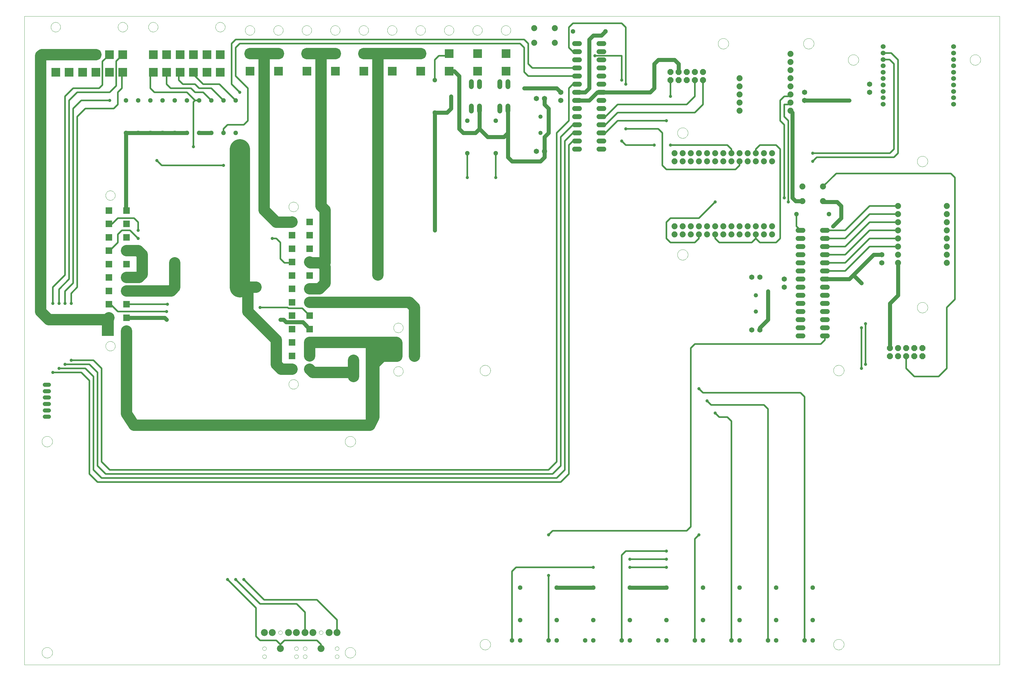
<source format=gtl>
G75*
G70*
%OFA0B0*%
%FSLAX24Y24*%
%IPPOS*%
%LPD*%
%AMOC8*
5,1,8,0,0,1.08239X$1,22.5*
%
%ADD10C,0.0000*%
%ADD11R,0.1500X0.2500*%
%ADD12R,0.3000X0.2000*%
%ADD13R,0.1000X0.9000*%
%ADD14R,0.1000X0.1000*%
%ADD15R,0.0825X0.0825*%
%ADD16R,0.1065X0.1065*%
%ADD17C,0.0740*%
%ADD18C,0.0650*%
%ADD19C,0.0520*%
%ADD20OC8,0.0520*%
%ADD21OC8,0.0740*%
%ADD22C,0.0600*%
%ADD23C,0.0600*%
%ADD24C,0.0860*%
%ADD25C,0.0515*%
%ADD26C,0.0500*%
%ADD27C,0.0396*%
%ADD28C,0.1400*%
%ADD29C,0.0591*%
%ADD30C,0.2500*%
%ADD31C,0.0200*%
D10*
X000101Y000706D02*
X000101Y080576D01*
X120093Y080576D01*
X120093Y000706D01*
X000101Y000706D01*
X002251Y002206D02*
X002253Y002256D01*
X002259Y002306D01*
X002269Y002356D01*
X002282Y002404D01*
X002299Y002452D01*
X002320Y002498D01*
X002344Y002542D01*
X002372Y002584D01*
X002403Y002624D01*
X002437Y002661D01*
X002474Y002696D01*
X002513Y002727D01*
X002554Y002756D01*
X002598Y002781D01*
X002644Y002803D01*
X002691Y002821D01*
X002739Y002835D01*
X002788Y002846D01*
X002838Y002853D01*
X002888Y002856D01*
X002939Y002855D01*
X002989Y002850D01*
X003039Y002841D01*
X003087Y002829D01*
X003135Y002812D01*
X003181Y002792D01*
X003226Y002769D01*
X003269Y002742D01*
X003309Y002712D01*
X003347Y002679D01*
X003382Y002643D01*
X003415Y002604D01*
X003444Y002563D01*
X003470Y002520D01*
X003493Y002475D01*
X003512Y002428D01*
X003527Y002380D01*
X003539Y002331D01*
X003547Y002281D01*
X003551Y002231D01*
X003551Y002181D01*
X003547Y002131D01*
X003539Y002081D01*
X003527Y002032D01*
X003512Y001984D01*
X003493Y001937D01*
X003470Y001892D01*
X003444Y001849D01*
X003415Y001808D01*
X003382Y001769D01*
X003347Y001733D01*
X003309Y001700D01*
X003269Y001670D01*
X003226Y001643D01*
X003181Y001620D01*
X003135Y001600D01*
X003087Y001583D01*
X003039Y001571D01*
X002989Y001562D01*
X002939Y001557D01*
X002888Y001556D01*
X002838Y001559D01*
X002788Y001566D01*
X002739Y001577D01*
X002691Y001591D01*
X002644Y001609D01*
X002598Y001631D01*
X002554Y001656D01*
X002513Y001685D01*
X002474Y001716D01*
X002437Y001751D01*
X002403Y001788D01*
X002372Y001828D01*
X002344Y001870D01*
X002320Y001914D01*
X002299Y001960D01*
X002282Y002008D01*
X002269Y002056D01*
X002259Y002106D01*
X002253Y002156D01*
X002251Y002206D01*
X029396Y001721D02*
X029398Y001751D01*
X029404Y001781D01*
X029413Y001810D01*
X029426Y001837D01*
X029443Y001862D01*
X029462Y001885D01*
X029485Y001906D01*
X029510Y001923D01*
X029536Y001937D01*
X029565Y001947D01*
X029594Y001954D01*
X029624Y001957D01*
X029655Y001956D01*
X029685Y001951D01*
X029714Y001942D01*
X029741Y001930D01*
X029767Y001915D01*
X029791Y001896D01*
X029812Y001874D01*
X029830Y001850D01*
X029845Y001823D01*
X029856Y001795D01*
X029864Y001766D01*
X029868Y001736D01*
X029868Y001706D01*
X029864Y001676D01*
X029856Y001647D01*
X029845Y001619D01*
X029830Y001592D01*
X029812Y001568D01*
X029791Y001546D01*
X029767Y001527D01*
X029741Y001512D01*
X029714Y001500D01*
X029685Y001491D01*
X029655Y001486D01*
X029624Y001485D01*
X029594Y001488D01*
X029565Y001495D01*
X029536Y001505D01*
X029510Y001519D01*
X029485Y001536D01*
X029462Y001557D01*
X029443Y001580D01*
X029426Y001605D01*
X029413Y001632D01*
X029404Y001661D01*
X029398Y001691D01*
X029396Y001721D01*
X029396Y002706D02*
X029398Y002736D01*
X029404Y002766D01*
X029413Y002795D01*
X029426Y002822D01*
X029443Y002847D01*
X029462Y002870D01*
X029485Y002891D01*
X029510Y002908D01*
X029536Y002922D01*
X029565Y002932D01*
X029594Y002939D01*
X029624Y002942D01*
X029655Y002941D01*
X029685Y002936D01*
X029714Y002927D01*
X029741Y002915D01*
X029767Y002900D01*
X029791Y002881D01*
X029812Y002859D01*
X029830Y002835D01*
X029845Y002808D01*
X029856Y002780D01*
X029864Y002751D01*
X029868Y002721D01*
X029868Y002691D01*
X029864Y002661D01*
X029856Y002632D01*
X029845Y002604D01*
X029830Y002577D01*
X029812Y002553D01*
X029791Y002531D01*
X029767Y002512D01*
X029741Y002497D01*
X029714Y002485D01*
X029685Y002476D01*
X029655Y002471D01*
X029624Y002470D01*
X029594Y002473D01*
X029565Y002480D01*
X029536Y002490D01*
X029510Y002504D01*
X029485Y002521D01*
X029462Y002542D01*
X029443Y002565D01*
X029426Y002590D01*
X029413Y002617D01*
X029404Y002646D01*
X029398Y002676D01*
X029396Y002706D01*
X031365Y004674D02*
X031367Y004704D01*
X031373Y004734D01*
X031382Y004763D01*
X031395Y004790D01*
X031412Y004815D01*
X031431Y004838D01*
X031454Y004859D01*
X031479Y004876D01*
X031505Y004890D01*
X031534Y004900D01*
X031563Y004907D01*
X031593Y004910D01*
X031624Y004909D01*
X031654Y004904D01*
X031683Y004895D01*
X031710Y004883D01*
X031736Y004868D01*
X031760Y004849D01*
X031781Y004827D01*
X031799Y004803D01*
X031814Y004776D01*
X031825Y004748D01*
X031833Y004719D01*
X031837Y004689D01*
X031837Y004659D01*
X031833Y004629D01*
X031825Y004600D01*
X031814Y004572D01*
X031799Y004545D01*
X031781Y004521D01*
X031760Y004499D01*
X031736Y004480D01*
X031710Y004465D01*
X031683Y004453D01*
X031654Y004444D01*
X031624Y004439D01*
X031593Y004438D01*
X031563Y004441D01*
X031534Y004448D01*
X031505Y004458D01*
X031479Y004472D01*
X031454Y004489D01*
X031431Y004510D01*
X031412Y004533D01*
X031395Y004558D01*
X031382Y004585D01*
X031373Y004614D01*
X031367Y004644D01*
X031365Y004674D01*
X033333Y002706D02*
X033335Y002736D01*
X033341Y002766D01*
X033350Y002795D01*
X033363Y002822D01*
X033380Y002847D01*
X033399Y002870D01*
X033422Y002891D01*
X033447Y002908D01*
X033473Y002922D01*
X033502Y002932D01*
X033531Y002939D01*
X033561Y002942D01*
X033592Y002941D01*
X033622Y002936D01*
X033651Y002927D01*
X033678Y002915D01*
X033704Y002900D01*
X033728Y002881D01*
X033749Y002859D01*
X033767Y002835D01*
X033782Y002808D01*
X033793Y002780D01*
X033801Y002751D01*
X033805Y002721D01*
X033805Y002691D01*
X033801Y002661D01*
X033793Y002632D01*
X033782Y002604D01*
X033767Y002577D01*
X033749Y002553D01*
X033728Y002531D01*
X033704Y002512D01*
X033678Y002497D01*
X033651Y002485D01*
X033622Y002476D01*
X033592Y002471D01*
X033561Y002470D01*
X033531Y002473D01*
X033502Y002480D01*
X033473Y002490D01*
X033447Y002504D01*
X033422Y002521D01*
X033399Y002542D01*
X033380Y002565D01*
X033363Y002590D01*
X033350Y002617D01*
X033341Y002646D01*
X033335Y002676D01*
X033333Y002706D01*
X033333Y001721D02*
X033335Y001751D01*
X033341Y001781D01*
X033350Y001810D01*
X033363Y001837D01*
X033380Y001862D01*
X033399Y001885D01*
X033422Y001906D01*
X033447Y001923D01*
X033473Y001937D01*
X033502Y001947D01*
X033531Y001954D01*
X033561Y001957D01*
X033592Y001956D01*
X033622Y001951D01*
X033651Y001942D01*
X033678Y001930D01*
X033704Y001915D01*
X033728Y001896D01*
X033749Y001874D01*
X033767Y001850D01*
X033782Y001823D01*
X033793Y001795D01*
X033801Y001766D01*
X033805Y001736D01*
X033805Y001706D01*
X033801Y001676D01*
X033793Y001647D01*
X033782Y001619D01*
X033767Y001592D01*
X033749Y001568D01*
X033728Y001546D01*
X033704Y001527D01*
X033678Y001512D01*
X033651Y001500D01*
X033622Y001491D01*
X033592Y001486D01*
X033561Y001485D01*
X033531Y001488D01*
X033502Y001495D01*
X033473Y001505D01*
X033447Y001519D01*
X033422Y001536D01*
X033399Y001557D01*
X033380Y001580D01*
X033363Y001605D01*
X033350Y001632D01*
X033341Y001661D01*
X033335Y001691D01*
X033333Y001721D01*
X034396Y001721D02*
X034398Y001751D01*
X034404Y001781D01*
X034413Y001810D01*
X034426Y001837D01*
X034443Y001862D01*
X034462Y001885D01*
X034485Y001906D01*
X034510Y001923D01*
X034536Y001937D01*
X034565Y001947D01*
X034594Y001954D01*
X034624Y001957D01*
X034655Y001956D01*
X034685Y001951D01*
X034714Y001942D01*
X034741Y001930D01*
X034767Y001915D01*
X034791Y001896D01*
X034812Y001874D01*
X034830Y001850D01*
X034845Y001823D01*
X034856Y001795D01*
X034864Y001766D01*
X034868Y001736D01*
X034868Y001706D01*
X034864Y001676D01*
X034856Y001647D01*
X034845Y001619D01*
X034830Y001592D01*
X034812Y001568D01*
X034791Y001546D01*
X034767Y001527D01*
X034741Y001512D01*
X034714Y001500D01*
X034685Y001491D01*
X034655Y001486D01*
X034624Y001485D01*
X034594Y001488D01*
X034565Y001495D01*
X034536Y001505D01*
X034510Y001519D01*
X034485Y001536D01*
X034462Y001557D01*
X034443Y001580D01*
X034426Y001605D01*
X034413Y001632D01*
X034404Y001661D01*
X034398Y001691D01*
X034396Y001721D01*
X034396Y002706D02*
X034398Y002736D01*
X034404Y002766D01*
X034413Y002795D01*
X034426Y002822D01*
X034443Y002847D01*
X034462Y002870D01*
X034485Y002891D01*
X034510Y002908D01*
X034536Y002922D01*
X034565Y002932D01*
X034594Y002939D01*
X034624Y002942D01*
X034655Y002941D01*
X034685Y002936D01*
X034714Y002927D01*
X034741Y002915D01*
X034767Y002900D01*
X034791Y002881D01*
X034812Y002859D01*
X034830Y002835D01*
X034845Y002808D01*
X034856Y002780D01*
X034864Y002751D01*
X034868Y002721D01*
X034868Y002691D01*
X034864Y002661D01*
X034856Y002632D01*
X034845Y002604D01*
X034830Y002577D01*
X034812Y002553D01*
X034791Y002531D01*
X034767Y002512D01*
X034741Y002497D01*
X034714Y002485D01*
X034685Y002476D01*
X034655Y002471D01*
X034624Y002470D01*
X034594Y002473D01*
X034565Y002480D01*
X034536Y002490D01*
X034510Y002504D01*
X034485Y002521D01*
X034462Y002542D01*
X034443Y002565D01*
X034426Y002590D01*
X034413Y002617D01*
X034404Y002646D01*
X034398Y002676D01*
X034396Y002706D01*
X036365Y004674D02*
X036367Y004704D01*
X036373Y004734D01*
X036382Y004763D01*
X036395Y004790D01*
X036412Y004815D01*
X036431Y004838D01*
X036454Y004859D01*
X036479Y004876D01*
X036505Y004890D01*
X036534Y004900D01*
X036563Y004907D01*
X036593Y004910D01*
X036624Y004909D01*
X036654Y004904D01*
X036683Y004895D01*
X036710Y004883D01*
X036736Y004868D01*
X036760Y004849D01*
X036781Y004827D01*
X036799Y004803D01*
X036814Y004776D01*
X036825Y004748D01*
X036833Y004719D01*
X036837Y004689D01*
X036837Y004659D01*
X036833Y004629D01*
X036825Y004600D01*
X036814Y004572D01*
X036799Y004545D01*
X036781Y004521D01*
X036760Y004499D01*
X036736Y004480D01*
X036710Y004465D01*
X036683Y004453D01*
X036654Y004444D01*
X036624Y004439D01*
X036593Y004438D01*
X036563Y004441D01*
X036534Y004448D01*
X036505Y004458D01*
X036479Y004472D01*
X036454Y004489D01*
X036431Y004510D01*
X036412Y004533D01*
X036395Y004558D01*
X036382Y004585D01*
X036373Y004614D01*
X036367Y004644D01*
X036365Y004674D01*
X038333Y002706D02*
X038335Y002736D01*
X038341Y002766D01*
X038350Y002795D01*
X038363Y002822D01*
X038380Y002847D01*
X038399Y002870D01*
X038422Y002891D01*
X038447Y002908D01*
X038473Y002922D01*
X038502Y002932D01*
X038531Y002939D01*
X038561Y002942D01*
X038592Y002941D01*
X038622Y002936D01*
X038651Y002927D01*
X038678Y002915D01*
X038704Y002900D01*
X038728Y002881D01*
X038749Y002859D01*
X038767Y002835D01*
X038782Y002808D01*
X038793Y002780D01*
X038801Y002751D01*
X038805Y002721D01*
X038805Y002691D01*
X038801Y002661D01*
X038793Y002632D01*
X038782Y002604D01*
X038767Y002577D01*
X038749Y002553D01*
X038728Y002531D01*
X038704Y002512D01*
X038678Y002497D01*
X038651Y002485D01*
X038622Y002476D01*
X038592Y002471D01*
X038561Y002470D01*
X038531Y002473D01*
X038502Y002480D01*
X038473Y002490D01*
X038447Y002504D01*
X038422Y002521D01*
X038399Y002542D01*
X038380Y002565D01*
X038363Y002590D01*
X038350Y002617D01*
X038341Y002646D01*
X038335Y002676D01*
X038333Y002706D01*
X038333Y001721D02*
X038335Y001751D01*
X038341Y001781D01*
X038350Y001810D01*
X038363Y001837D01*
X038380Y001862D01*
X038399Y001885D01*
X038422Y001906D01*
X038447Y001923D01*
X038473Y001937D01*
X038502Y001947D01*
X038531Y001954D01*
X038561Y001957D01*
X038592Y001956D01*
X038622Y001951D01*
X038651Y001942D01*
X038678Y001930D01*
X038704Y001915D01*
X038728Y001896D01*
X038749Y001874D01*
X038767Y001850D01*
X038782Y001823D01*
X038793Y001795D01*
X038801Y001766D01*
X038805Y001736D01*
X038805Y001706D01*
X038801Y001676D01*
X038793Y001647D01*
X038782Y001619D01*
X038767Y001592D01*
X038749Y001568D01*
X038728Y001546D01*
X038704Y001527D01*
X038678Y001512D01*
X038651Y001500D01*
X038622Y001491D01*
X038592Y001486D01*
X038561Y001485D01*
X038531Y001488D01*
X038502Y001495D01*
X038473Y001505D01*
X038447Y001519D01*
X038422Y001536D01*
X038399Y001557D01*
X038380Y001580D01*
X038363Y001605D01*
X038350Y001632D01*
X038341Y001661D01*
X038335Y001691D01*
X038333Y001721D01*
X039551Y002206D02*
X039553Y002256D01*
X039559Y002306D01*
X039569Y002356D01*
X039582Y002404D01*
X039599Y002452D01*
X039620Y002498D01*
X039644Y002542D01*
X039672Y002584D01*
X039703Y002624D01*
X039737Y002661D01*
X039774Y002696D01*
X039813Y002727D01*
X039854Y002756D01*
X039898Y002781D01*
X039944Y002803D01*
X039991Y002821D01*
X040039Y002835D01*
X040088Y002846D01*
X040138Y002853D01*
X040188Y002856D01*
X040239Y002855D01*
X040289Y002850D01*
X040339Y002841D01*
X040387Y002829D01*
X040435Y002812D01*
X040481Y002792D01*
X040526Y002769D01*
X040569Y002742D01*
X040609Y002712D01*
X040647Y002679D01*
X040682Y002643D01*
X040715Y002604D01*
X040744Y002563D01*
X040770Y002520D01*
X040793Y002475D01*
X040812Y002428D01*
X040827Y002380D01*
X040839Y002331D01*
X040847Y002281D01*
X040851Y002231D01*
X040851Y002181D01*
X040847Y002131D01*
X040839Y002081D01*
X040827Y002032D01*
X040812Y001984D01*
X040793Y001937D01*
X040770Y001892D01*
X040744Y001849D01*
X040715Y001808D01*
X040682Y001769D01*
X040647Y001733D01*
X040609Y001700D01*
X040569Y001670D01*
X040526Y001643D01*
X040481Y001620D01*
X040435Y001600D01*
X040387Y001583D01*
X040339Y001571D01*
X040289Y001562D01*
X040239Y001557D01*
X040188Y001556D01*
X040138Y001559D01*
X040088Y001566D01*
X040039Y001577D01*
X039991Y001591D01*
X039944Y001609D01*
X039898Y001631D01*
X039854Y001656D01*
X039813Y001685D01*
X039774Y001716D01*
X039737Y001751D01*
X039703Y001788D01*
X039672Y001828D01*
X039644Y001870D01*
X039620Y001914D01*
X039599Y001960D01*
X039582Y002008D01*
X039569Y002056D01*
X039559Y002106D01*
X039553Y002156D01*
X039551Y002206D01*
X056151Y003206D02*
X056153Y003256D01*
X056159Y003306D01*
X056169Y003356D01*
X056182Y003404D01*
X056199Y003452D01*
X056220Y003498D01*
X056244Y003542D01*
X056272Y003584D01*
X056303Y003624D01*
X056337Y003661D01*
X056374Y003696D01*
X056413Y003727D01*
X056454Y003756D01*
X056498Y003781D01*
X056544Y003803D01*
X056591Y003821D01*
X056639Y003835D01*
X056688Y003846D01*
X056738Y003853D01*
X056788Y003856D01*
X056839Y003855D01*
X056889Y003850D01*
X056939Y003841D01*
X056987Y003829D01*
X057035Y003812D01*
X057081Y003792D01*
X057126Y003769D01*
X057169Y003742D01*
X057209Y003712D01*
X057247Y003679D01*
X057282Y003643D01*
X057315Y003604D01*
X057344Y003563D01*
X057370Y003520D01*
X057393Y003475D01*
X057412Y003428D01*
X057427Y003380D01*
X057439Y003331D01*
X057447Y003281D01*
X057451Y003231D01*
X057451Y003181D01*
X057447Y003131D01*
X057439Y003081D01*
X057427Y003032D01*
X057412Y002984D01*
X057393Y002937D01*
X057370Y002892D01*
X057344Y002849D01*
X057315Y002808D01*
X057282Y002769D01*
X057247Y002733D01*
X057209Y002700D01*
X057169Y002670D01*
X057126Y002643D01*
X057081Y002620D01*
X057035Y002600D01*
X056987Y002583D01*
X056939Y002571D01*
X056889Y002562D01*
X056839Y002557D01*
X056788Y002556D01*
X056738Y002559D01*
X056688Y002566D01*
X056639Y002577D01*
X056591Y002591D01*
X056544Y002609D01*
X056498Y002631D01*
X056454Y002656D01*
X056413Y002685D01*
X056374Y002716D01*
X056337Y002751D01*
X056303Y002788D01*
X056272Y002828D01*
X056244Y002870D01*
X056220Y002914D01*
X056199Y002960D01*
X056182Y003008D01*
X056169Y003056D01*
X056159Y003106D01*
X056153Y003156D01*
X056151Y003206D01*
X039551Y028206D02*
X039553Y028256D01*
X039559Y028306D01*
X039569Y028356D01*
X039582Y028404D01*
X039599Y028452D01*
X039620Y028498D01*
X039644Y028542D01*
X039672Y028584D01*
X039703Y028624D01*
X039737Y028661D01*
X039774Y028696D01*
X039813Y028727D01*
X039854Y028756D01*
X039898Y028781D01*
X039944Y028803D01*
X039991Y028821D01*
X040039Y028835D01*
X040088Y028846D01*
X040138Y028853D01*
X040188Y028856D01*
X040239Y028855D01*
X040289Y028850D01*
X040339Y028841D01*
X040387Y028829D01*
X040435Y028812D01*
X040481Y028792D01*
X040526Y028769D01*
X040569Y028742D01*
X040609Y028712D01*
X040647Y028679D01*
X040682Y028643D01*
X040715Y028604D01*
X040744Y028563D01*
X040770Y028520D01*
X040793Y028475D01*
X040812Y028428D01*
X040827Y028380D01*
X040839Y028331D01*
X040847Y028281D01*
X040851Y028231D01*
X040851Y028181D01*
X040847Y028131D01*
X040839Y028081D01*
X040827Y028032D01*
X040812Y027984D01*
X040793Y027937D01*
X040770Y027892D01*
X040744Y027849D01*
X040715Y027808D01*
X040682Y027769D01*
X040647Y027733D01*
X040609Y027700D01*
X040569Y027670D01*
X040526Y027643D01*
X040481Y027620D01*
X040435Y027600D01*
X040387Y027583D01*
X040339Y027571D01*
X040289Y027562D01*
X040239Y027557D01*
X040188Y027556D01*
X040138Y027559D01*
X040088Y027566D01*
X040039Y027577D01*
X039991Y027591D01*
X039944Y027609D01*
X039898Y027631D01*
X039854Y027656D01*
X039813Y027685D01*
X039774Y027716D01*
X039737Y027751D01*
X039703Y027788D01*
X039672Y027828D01*
X039644Y027870D01*
X039620Y027914D01*
X039599Y027960D01*
X039582Y028008D01*
X039569Y028056D01*
X039559Y028106D01*
X039553Y028156D01*
X039551Y028206D01*
X032621Y035256D02*
X032623Y035304D01*
X032629Y035352D01*
X032639Y035399D01*
X032652Y035445D01*
X032669Y035490D01*
X032690Y035533D01*
X032715Y035575D01*
X032742Y035614D01*
X032773Y035651D01*
X032807Y035686D01*
X032843Y035717D01*
X032882Y035746D01*
X032923Y035771D01*
X032966Y035793D01*
X033010Y035811D01*
X033056Y035825D01*
X033103Y035836D01*
X033151Y035843D01*
X033199Y035846D01*
X033247Y035845D01*
X033295Y035840D01*
X033342Y035831D01*
X033389Y035819D01*
X033434Y035802D01*
X033478Y035782D01*
X033520Y035759D01*
X033560Y035732D01*
X033597Y035702D01*
X033632Y035669D01*
X033665Y035633D01*
X033694Y035595D01*
X033720Y035554D01*
X033743Y035512D01*
X033762Y035468D01*
X033777Y035422D01*
X033789Y035376D01*
X033797Y035328D01*
X033801Y035280D01*
X033801Y035232D01*
X033797Y035184D01*
X033789Y035136D01*
X033777Y035090D01*
X033762Y035044D01*
X033743Y035000D01*
X033720Y034958D01*
X033694Y034917D01*
X033665Y034879D01*
X033632Y034843D01*
X033597Y034810D01*
X033560Y034780D01*
X033520Y034753D01*
X033478Y034730D01*
X033434Y034710D01*
X033389Y034693D01*
X033342Y034681D01*
X033295Y034672D01*
X033247Y034667D01*
X033199Y034666D01*
X033151Y034669D01*
X033103Y034676D01*
X033056Y034687D01*
X033010Y034701D01*
X032966Y034719D01*
X032923Y034741D01*
X032882Y034766D01*
X032843Y034795D01*
X032807Y034826D01*
X032773Y034861D01*
X032742Y034898D01*
X032715Y034937D01*
X032690Y034979D01*
X032669Y035022D01*
X032652Y035067D01*
X032639Y035113D01*
X032629Y035160D01*
X032623Y035208D01*
X032621Y035256D01*
X045521Y036856D02*
X045523Y036904D01*
X045529Y036952D01*
X045539Y036999D01*
X045552Y037045D01*
X045569Y037090D01*
X045590Y037133D01*
X045615Y037175D01*
X045642Y037214D01*
X045673Y037251D01*
X045707Y037286D01*
X045743Y037317D01*
X045782Y037346D01*
X045823Y037371D01*
X045866Y037393D01*
X045910Y037411D01*
X045956Y037425D01*
X046003Y037436D01*
X046051Y037443D01*
X046099Y037446D01*
X046147Y037445D01*
X046195Y037440D01*
X046242Y037431D01*
X046289Y037419D01*
X046334Y037402D01*
X046378Y037382D01*
X046420Y037359D01*
X046460Y037332D01*
X046497Y037302D01*
X046532Y037269D01*
X046565Y037233D01*
X046594Y037195D01*
X046620Y037154D01*
X046643Y037112D01*
X046662Y037068D01*
X046677Y037022D01*
X046689Y036976D01*
X046697Y036928D01*
X046701Y036880D01*
X046701Y036832D01*
X046697Y036784D01*
X046689Y036736D01*
X046677Y036690D01*
X046662Y036644D01*
X046643Y036600D01*
X046620Y036558D01*
X046594Y036517D01*
X046565Y036479D01*
X046532Y036443D01*
X046497Y036410D01*
X046460Y036380D01*
X046420Y036353D01*
X046378Y036330D01*
X046334Y036310D01*
X046289Y036293D01*
X046242Y036281D01*
X046195Y036272D01*
X046147Y036267D01*
X046099Y036266D01*
X046051Y036269D01*
X046003Y036276D01*
X045956Y036287D01*
X045910Y036301D01*
X045866Y036319D01*
X045823Y036341D01*
X045782Y036366D01*
X045743Y036395D01*
X045707Y036426D01*
X045673Y036461D01*
X045642Y036498D01*
X045615Y036537D01*
X045590Y036579D01*
X045569Y036622D01*
X045552Y036667D01*
X045539Y036713D01*
X045529Y036760D01*
X045523Y036808D01*
X045521Y036856D01*
X045521Y042206D02*
X045523Y042254D01*
X045529Y042302D01*
X045539Y042349D01*
X045552Y042395D01*
X045569Y042440D01*
X045590Y042483D01*
X045615Y042525D01*
X045642Y042564D01*
X045673Y042601D01*
X045707Y042636D01*
X045743Y042667D01*
X045782Y042696D01*
X045823Y042721D01*
X045866Y042743D01*
X045910Y042761D01*
X045956Y042775D01*
X046003Y042786D01*
X046051Y042793D01*
X046099Y042796D01*
X046147Y042795D01*
X046195Y042790D01*
X046242Y042781D01*
X046289Y042769D01*
X046334Y042752D01*
X046378Y042732D01*
X046420Y042709D01*
X046460Y042682D01*
X046497Y042652D01*
X046532Y042619D01*
X046565Y042583D01*
X046594Y042545D01*
X046620Y042504D01*
X046643Y042462D01*
X046662Y042418D01*
X046677Y042372D01*
X046689Y042326D01*
X046697Y042278D01*
X046701Y042230D01*
X046701Y042182D01*
X046697Y042134D01*
X046689Y042086D01*
X046677Y042040D01*
X046662Y041994D01*
X046643Y041950D01*
X046620Y041908D01*
X046594Y041867D01*
X046565Y041829D01*
X046532Y041793D01*
X046497Y041760D01*
X046460Y041730D01*
X046420Y041703D01*
X046378Y041680D01*
X046334Y041660D01*
X046289Y041643D01*
X046242Y041631D01*
X046195Y041622D01*
X046147Y041617D01*
X046099Y041616D01*
X046051Y041619D01*
X046003Y041626D01*
X045956Y041637D01*
X045910Y041651D01*
X045866Y041669D01*
X045823Y041691D01*
X045782Y041716D01*
X045743Y041745D01*
X045707Y041776D01*
X045673Y041811D01*
X045642Y041848D01*
X045615Y041887D01*
X045590Y041929D01*
X045569Y041972D01*
X045552Y042017D01*
X045539Y042063D01*
X045529Y042110D01*
X045523Y042158D01*
X045521Y042206D01*
X056151Y036956D02*
X056153Y037006D01*
X056159Y037056D01*
X056169Y037106D01*
X056182Y037154D01*
X056199Y037202D01*
X056220Y037248D01*
X056244Y037292D01*
X056272Y037334D01*
X056303Y037374D01*
X056337Y037411D01*
X056374Y037446D01*
X056413Y037477D01*
X056454Y037506D01*
X056498Y037531D01*
X056544Y037553D01*
X056591Y037571D01*
X056639Y037585D01*
X056688Y037596D01*
X056738Y037603D01*
X056788Y037606D01*
X056839Y037605D01*
X056889Y037600D01*
X056939Y037591D01*
X056987Y037579D01*
X057035Y037562D01*
X057081Y037542D01*
X057126Y037519D01*
X057169Y037492D01*
X057209Y037462D01*
X057247Y037429D01*
X057282Y037393D01*
X057315Y037354D01*
X057344Y037313D01*
X057370Y037270D01*
X057393Y037225D01*
X057412Y037178D01*
X057427Y037130D01*
X057439Y037081D01*
X057447Y037031D01*
X057451Y036981D01*
X057451Y036931D01*
X057447Y036881D01*
X057439Y036831D01*
X057427Y036782D01*
X057412Y036734D01*
X057393Y036687D01*
X057370Y036642D01*
X057344Y036599D01*
X057315Y036558D01*
X057282Y036519D01*
X057247Y036483D01*
X057209Y036450D01*
X057169Y036420D01*
X057126Y036393D01*
X057081Y036370D01*
X057035Y036350D01*
X056987Y036333D01*
X056939Y036321D01*
X056889Y036312D01*
X056839Y036307D01*
X056788Y036306D01*
X056738Y036309D01*
X056688Y036316D01*
X056639Y036327D01*
X056591Y036341D01*
X056544Y036359D01*
X056498Y036381D01*
X056454Y036406D01*
X056413Y036435D01*
X056374Y036466D01*
X056337Y036501D01*
X056303Y036538D01*
X056272Y036578D01*
X056244Y036620D01*
X056220Y036664D01*
X056199Y036710D01*
X056182Y036758D01*
X056169Y036806D01*
X056159Y036856D01*
X056153Y036906D01*
X056151Y036956D01*
X080451Y051206D02*
X080453Y051256D01*
X080459Y051306D01*
X080469Y051356D01*
X080482Y051404D01*
X080499Y051452D01*
X080520Y051498D01*
X080544Y051542D01*
X080572Y051584D01*
X080603Y051624D01*
X080637Y051661D01*
X080674Y051696D01*
X080713Y051727D01*
X080754Y051756D01*
X080798Y051781D01*
X080844Y051803D01*
X080891Y051821D01*
X080939Y051835D01*
X080988Y051846D01*
X081038Y051853D01*
X081088Y051856D01*
X081139Y051855D01*
X081189Y051850D01*
X081239Y051841D01*
X081287Y051829D01*
X081335Y051812D01*
X081381Y051792D01*
X081426Y051769D01*
X081469Y051742D01*
X081509Y051712D01*
X081547Y051679D01*
X081582Y051643D01*
X081615Y051604D01*
X081644Y051563D01*
X081670Y051520D01*
X081693Y051475D01*
X081712Y051428D01*
X081727Y051380D01*
X081739Y051331D01*
X081747Y051281D01*
X081751Y051231D01*
X081751Y051181D01*
X081747Y051131D01*
X081739Y051081D01*
X081727Y051032D01*
X081712Y050984D01*
X081693Y050937D01*
X081670Y050892D01*
X081644Y050849D01*
X081615Y050808D01*
X081582Y050769D01*
X081547Y050733D01*
X081509Y050700D01*
X081469Y050670D01*
X081426Y050643D01*
X081381Y050620D01*
X081335Y050600D01*
X081287Y050583D01*
X081239Y050571D01*
X081189Y050562D01*
X081139Y050557D01*
X081088Y050556D01*
X081038Y050559D01*
X080988Y050566D01*
X080939Y050577D01*
X080891Y050591D01*
X080844Y050609D01*
X080798Y050631D01*
X080754Y050656D01*
X080713Y050685D01*
X080674Y050716D01*
X080637Y050751D01*
X080603Y050788D01*
X080572Y050828D01*
X080544Y050870D01*
X080520Y050914D01*
X080499Y050960D01*
X080482Y051008D01*
X080469Y051056D01*
X080459Y051106D01*
X080453Y051156D01*
X080451Y051206D01*
X099651Y036956D02*
X099653Y037006D01*
X099659Y037056D01*
X099669Y037106D01*
X099682Y037154D01*
X099699Y037202D01*
X099720Y037248D01*
X099744Y037292D01*
X099772Y037334D01*
X099803Y037374D01*
X099837Y037411D01*
X099874Y037446D01*
X099913Y037477D01*
X099954Y037506D01*
X099998Y037531D01*
X100044Y037553D01*
X100091Y037571D01*
X100139Y037585D01*
X100188Y037596D01*
X100238Y037603D01*
X100288Y037606D01*
X100339Y037605D01*
X100389Y037600D01*
X100439Y037591D01*
X100487Y037579D01*
X100535Y037562D01*
X100581Y037542D01*
X100626Y037519D01*
X100669Y037492D01*
X100709Y037462D01*
X100747Y037429D01*
X100782Y037393D01*
X100815Y037354D01*
X100844Y037313D01*
X100870Y037270D01*
X100893Y037225D01*
X100912Y037178D01*
X100927Y037130D01*
X100939Y037081D01*
X100947Y037031D01*
X100951Y036981D01*
X100951Y036931D01*
X100947Y036881D01*
X100939Y036831D01*
X100927Y036782D01*
X100912Y036734D01*
X100893Y036687D01*
X100870Y036642D01*
X100844Y036599D01*
X100815Y036558D01*
X100782Y036519D01*
X100747Y036483D01*
X100709Y036450D01*
X100669Y036420D01*
X100626Y036393D01*
X100581Y036370D01*
X100535Y036350D01*
X100487Y036333D01*
X100439Y036321D01*
X100389Y036312D01*
X100339Y036307D01*
X100288Y036306D01*
X100238Y036309D01*
X100188Y036316D01*
X100139Y036327D01*
X100091Y036341D01*
X100044Y036359D01*
X099998Y036381D01*
X099954Y036406D01*
X099913Y036435D01*
X099874Y036466D01*
X099837Y036501D01*
X099803Y036538D01*
X099772Y036578D01*
X099744Y036620D01*
X099720Y036664D01*
X099699Y036710D01*
X099682Y036758D01*
X099669Y036806D01*
X099659Y036856D01*
X099653Y036906D01*
X099651Y036956D01*
X109951Y044706D02*
X109953Y044756D01*
X109959Y044806D01*
X109969Y044856D01*
X109982Y044904D01*
X109999Y044952D01*
X110020Y044998D01*
X110044Y045042D01*
X110072Y045084D01*
X110103Y045124D01*
X110137Y045161D01*
X110174Y045196D01*
X110213Y045227D01*
X110254Y045256D01*
X110298Y045281D01*
X110344Y045303D01*
X110391Y045321D01*
X110439Y045335D01*
X110488Y045346D01*
X110538Y045353D01*
X110588Y045356D01*
X110639Y045355D01*
X110689Y045350D01*
X110739Y045341D01*
X110787Y045329D01*
X110835Y045312D01*
X110881Y045292D01*
X110926Y045269D01*
X110969Y045242D01*
X111009Y045212D01*
X111047Y045179D01*
X111082Y045143D01*
X111115Y045104D01*
X111144Y045063D01*
X111170Y045020D01*
X111193Y044975D01*
X111212Y044928D01*
X111227Y044880D01*
X111239Y044831D01*
X111247Y044781D01*
X111251Y044731D01*
X111251Y044681D01*
X111247Y044631D01*
X111239Y044581D01*
X111227Y044532D01*
X111212Y044484D01*
X111193Y044437D01*
X111170Y044392D01*
X111144Y044349D01*
X111115Y044308D01*
X111082Y044269D01*
X111047Y044233D01*
X111009Y044200D01*
X110969Y044170D01*
X110926Y044143D01*
X110881Y044120D01*
X110835Y044100D01*
X110787Y044083D01*
X110739Y044071D01*
X110689Y044062D01*
X110639Y044057D01*
X110588Y044056D01*
X110538Y044059D01*
X110488Y044066D01*
X110439Y044077D01*
X110391Y044091D01*
X110344Y044109D01*
X110298Y044131D01*
X110254Y044156D01*
X110213Y044185D01*
X110174Y044216D01*
X110137Y044251D01*
X110103Y044288D01*
X110072Y044328D01*
X110044Y044370D01*
X110020Y044414D01*
X109999Y044460D01*
X109982Y044508D01*
X109969Y044556D01*
X109959Y044606D01*
X109953Y044656D01*
X109951Y044706D01*
X109951Y062706D02*
X109953Y062756D01*
X109959Y062806D01*
X109969Y062856D01*
X109982Y062904D01*
X109999Y062952D01*
X110020Y062998D01*
X110044Y063042D01*
X110072Y063084D01*
X110103Y063124D01*
X110137Y063161D01*
X110174Y063196D01*
X110213Y063227D01*
X110254Y063256D01*
X110298Y063281D01*
X110344Y063303D01*
X110391Y063321D01*
X110439Y063335D01*
X110488Y063346D01*
X110538Y063353D01*
X110588Y063356D01*
X110639Y063355D01*
X110689Y063350D01*
X110739Y063341D01*
X110787Y063329D01*
X110835Y063312D01*
X110881Y063292D01*
X110926Y063269D01*
X110969Y063242D01*
X111009Y063212D01*
X111047Y063179D01*
X111082Y063143D01*
X111115Y063104D01*
X111144Y063063D01*
X111170Y063020D01*
X111193Y062975D01*
X111212Y062928D01*
X111227Y062880D01*
X111239Y062831D01*
X111247Y062781D01*
X111251Y062731D01*
X111251Y062681D01*
X111247Y062631D01*
X111239Y062581D01*
X111227Y062532D01*
X111212Y062484D01*
X111193Y062437D01*
X111170Y062392D01*
X111144Y062349D01*
X111115Y062308D01*
X111082Y062269D01*
X111047Y062233D01*
X111009Y062200D01*
X110969Y062170D01*
X110926Y062143D01*
X110881Y062120D01*
X110835Y062100D01*
X110787Y062083D01*
X110739Y062071D01*
X110689Y062062D01*
X110639Y062057D01*
X110588Y062056D01*
X110538Y062059D01*
X110488Y062066D01*
X110439Y062077D01*
X110391Y062091D01*
X110344Y062109D01*
X110298Y062131D01*
X110254Y062156D01*
X110213Y062185D01*
X110174Y062216D01*
X110137Y062251D01*
X110103Y062288D01*
X110072Y062328D01*
X110044Y062370D01*
X110020Y062414D01*
X109999Y062460D01*
X109982Y062508D01*
X109969Y062556D01*
X109959Y062606D01*
X109953Y062656D01*
X109951Y062706D01*
X116451Y075206D02*
X116453Y075256D01*
X116459Y075306D01*
X116469Y075356D01*
X116482Y075404D01*
X116499Y075452D01*
X116520Y075498D01*
X116544Y075542D01*
X116572Y075584D01*
X116603Y075624D01*
X116637Y075661D01*
X116674Y075696D01*
X116713Y075727D01*
X116754Y075756D01*
X116798Y075781D01*
X116844Y075803D01*
X116891Y075821D01*
X116939Y075835D01*
X116988Y075846D01*
X117038Y075853D01*
X117088Y075856D01*
X117139Y075855D01*
X117189Y075850D01*
X117239Y075841D01*
X117287Y075829D01*
X117335Y075812D01*
X117381Y075792D01*
X117426Y075769D01*
X117469Y075742D01*
X117509Y075712D01*
X117547Y075679D01*
X117582Y075643D01*
X117615Y075604D01*
X117644Y075563D01*
X117670Y075520D01*
X117693Y075475D01*
X117712Y075428D01*
X117727Y075380D01*
X117739Y075331D01*
X117747Y075281D01*
X117751Y075231D01*
X117751Y075181D01*
X117747Y075131D01*
X117739Y075081D01*
X117727Y075032D01*
X117712Y074984D01*
X117693Y074937D01*
X117670Y074892D01*
X117644Y074849D01*
X117615Y074808D01*
X117582Y074769D01*
X117547Y074733D01*
X117509Y074700D01*
X117469Y074670D01*
X117426Y074643D01*
X117381Y074620D01*
X117335Y074600D01*
X117287Y074583D01*
X117239Y074571D01*
X117189Y074562D01*
X117139Y074557D01*
X117088Y074556D01*
X117038Y074559D01*
X116988Y074566D01*
X116939Y074577D01*
X116891Y074591D01*
X116844Y074609D01*
X116798Y074631D01*
X116754Y074656D01*
X116713Y074685D01*
X116674Y074716D01*
X116637Y074751D01*
X116603Y074788D01*
X116572Y074828D01*
X116544Y074870D01*
X116520Y074914D01*
X116499Y074960D01*
X116482Y075008D01*
X116469Y075056D01*
X116459Y075106D01*
X116453Y075156D01*
X116451Y075206D01*
X101451Y075206D02*
X101453Y075256D01*
X101459Y075306D01*
X101469Y075356D01*
X101482Y075404D01*
X101499Y075452D01*
X101520Y075498D01*
X101544Y075542D01*
X101572Y075584D01*
X101603Y075624D01*
X101637Y075661D01*
X101674Y075696D01*
X101713Y075727D01*
X101754Y075756D01*
X101798Y075781D01*
X101844Y075803D01*
X101891Y075821D01*
X101939Y075835D01*
X101988Y075846D01*
X102038Y075853D01*
X102088Y075856D01*
X102139Y075855D01*
X102189Y075850D01*
X102239Y075841D01*
X102287Y075829D01*
X102335Y075812D01*
X102381Y075792D01*
X102426Y075769D01*
X102469Y075742D01*
X102509Y075712D01*
X102547Y075679D01*
X102582Y075643D01*
X102615Y075604D01*
X102644Y075563D01*
X102670Y075520D01*
X102693Y075475D01*
X102712Y075428D01*
X102727Y075380D01*
X102739Y075331D01*
X102747Y075281D01*
X102751Y075231D01*
X102751Y075181D01*
X102747Y075131D01*
X102739Y075081D01*
X102727Y075032D01*
X102712Y074984D01*
X102693Y074937D01*
X102670Y074892D01*
X102644Y074849D01*
X102615Y074808D01*
X102582Y074769D01*
X102547Y074733D01*
X102509Y074700D01*
X102469Y074670D01*
X102426Y074643D01*
X102381Y074620D01*
X102335Y074600D01*
X102287Y074583D01*
X102239Y074571D01*
X102189Y074562D01*
X102139Y074557D01*
X102088Y074556D01*
X102038Y074559D01*
X101988Y074566D01*
X101939Y074577D01*
X101891Y074591D01*
X101844Y074609D01*
X101798Y074631D01*
X101754Y074656D01*
X101713Y074685D01*
X101674Y074716D01*
X101637Y074751D01*
X101603Y074788D01*
X101572Y074828D01*
X101544Y074870D01*
X101520Y074914D01*
X101499Y074960D01*
X101482Y075008D01*
X101469Y075056D01*
X101459Y075106D01*
X101453Y075156D01*
X101451Y075206D01*
X095951Y077206D02*
X095953Y077256D01*
X095959Y077306D01*
X095969Y077356D01*
X095982Y077404D01*
X095999Y077452D01*
X096020Y077498D01*
X096044Y077542D01*
X096072Y077584D01*
X096103Y077624D01*
X096137Y077661D01*
X096174Y077696D01*
X096213Y077727D01*
X096254Y077756D01*
X096298Y077781D01*
X096344Y077803D01*
X096391Y077821D01*
X096439Y077835D01*
X096488Y077846D01*
X096538Y077853D01*
X096588Y077856D01*
X096639Y077855D01*
X096689Y077850D01*
X096739Y077841D01*
X096787Y077829D01*
X096835Y077812D01*
X096881Y077792D01*
X096926Y077769D01*
X096969Y077742D01*
X097009Y077712D01*
X097047Y077679D01*
X097082Y077643D01*
X097115Y077604D01*
X097144Y077563D01*
X097170Y077520D01*
X097193Y077475D01*
X097212Y077428D01*
X097227Y077380D01*
X097239Y077331D01*
X097247Y077281D01*
X097251Y077231D01*
X097251Y077181D01*
X097247Y077131D01*
X097239Y077081D01*
X097227Y077032D01*
X097212Y076984D01*
X097193Y076937D01*
X097170Y076892D01*
X097144Y076849D01*
X097115Y076808D01*
X097082Y076769D01*
X097047Y076733D01*
X097009Y076700D01*
X096969Y076670D01*
X096926Y076643D01*
X096881Y076620D01*
X096835Y076600D01*
X096787Y076583D01*
X096739Y076571D01*
X096689Y076562D01*
X096639Y076557D01*
X096588Y076556D01*
X096538Y076559D01*
X096488Y076566D01*
X096439Y076577D01*
X096391Y076591D01*
X096344Y076609D01*
X096298Y076631D01*
X096254Y076656D01*
X096213Y076685D01*
X096174Y076716D01*
X096137Y076751D01*
X096103Y076788D01*
X096072Y076828D01*
X096044Y076870D01*
X096020Y076914D01*
X095999Y076960D01*
X095982Y077008D01*
X095969Y077056D01*
X095959Y077106D01*
X095953Y077156D01*
X095951Y077206D01*
X085451Y077206D02*
X085453Y077256D01*
X085459Y077306D01*
X085469Y077356D01*
X085482Y077404D01*
X085499Y077452D01*
X085520Y077498D01*
X085544Y077542D01*
X085572Y077584D01*
X085603Y077624D01*
X085637Y077661D01*
X085674Y077696D01*
X085713Y077727D01*
X085754Y077756D01*
X085798Y077781D01*
X085844Y077803D01*
X085891Y077821D01*
X085939Y077835D01*
X085988Y077846D01*
X086038Y077853D01*
X086088Y077856D01*
X086139Y077855D01*
X086189Y077850D01*
X086239Y077841D01*
X086287Y077829D01*
X086335Y077812D01*
X086381Y077792D01*
X086426Y077769D01*
X086469Y077742D01*
X086509Y077712D01*
X086547Y077679D01*
X086582Y077643D01*
X086615Y077604D01*
X086644Y077563D01*
X086670Y077520D01*
X086693Y077475D01*
X086712Y077428D01*
X086727Y077380D01*
X086739Y077331D01*
X086747Y077281D01*
X086751Y077231D01*
X086751Y077181D01*
X086747Y077131D01*
X086739Y077081D01*
X086727Y077032D01*
X086712Y076984D01*
X086693Y076937D01*
X086670Y076892D01*
X086644Y076849D01*
X086615Y076808D01*
X086582Y076769D01*
X086547Y076733D01*
X086509Y076700D01*
X086469Y076670D01*
X086426Y076643D01*
X086381Y076620D01*
X086335Y076600D01*
X086287Y076583D01*
X086239Y076571D01*
X086189Y076562D01*
X086139Y076557D01*
X086088Y076556D01*
X086038Y076559D01*
X085988Y076566D01*
X085939Y076577D01*
X085891Y076591D01*
X085844Y076609D01*
X085798Y076631D01*
X085754Y076656D01*
X085713Y076685D01*
X085674Y076716D01*
X085637Y076751D01*
X085603Y076788D01*
X085572Y076828D01*
X085544Y076870D01*
X085520Y076914D01*
X085499Y076960D01*
X085482Y077008D01*
X085469Y077056D01*
X085459Y077106D01*
X085453Y077156D01*
X085451Y077206D01*
X080451Y066206D02*
X080453Y066256D01*
X080459Y066306D01*
X080469Y066356D01*
X080482Y066404D01*
X080499Y066452D01*
X080520Y066498D01*
X080544Y066542D01*
X080572Y066584D01*
X080603Y066624D01*
X080637Y066661D01*
X080674Y066696D01*
X080713Y066727D01*
X080754Y066756D01*
X080798Y066781D01*
X080844Y066803D01*
X080891Y066821D01*
X080939Y066835D01*
X080988Y066846D01*
X081038Y066853D01*
X081088Y066856D01*
X081139Y066855D01*
X081189Y066850D01*
X081239Y066841D01*
X081287Y066829D01*
X081335Y066812D01*
X081381Y066792D01*
X081426Y066769D01*
X081469Y066742D01*
X081509Y066712D01*
X081547Y066679D01*
X081582Y066643D01*
X081615Y066604D01*
X081644Y066563D01*
X081670Y066520D01*
X081693Y066475D01*
X081712Y066428D01*
X081727Y066380D01*
X081739Y066331D01*
X081747Y066281D01*
X081751Y066231D01*
X081751Y066181D01*
X081747Y066131D01*
X081739Y066081D01*
X081727Y066032D01*
X081712Y065984D01*
X081693Y065937D01*
X081670Y065892D01*
X081644Y065849D01*
X081615Y065808D01*
X081582Y065769D01*
X081547Y065733D01*
X081509Y065700D01*
X081469Y065670D01*
X081426Y065643D01*
X081381Y065620D01*
X081335Y065600D01*
X081287Y065583D01*
X081239Y065571D01*
X081189Y065562D01*
X081139Y065557D01*
X081088Y065556D01*
X081038Y065559D01*
X080988Y065566D01*
X080939Y065577D01*
X080891Y065591D01*
X080844Y065609D01*
X080798Y065631D01*
X080754Y065656D01*
X080713Y065685D01*
X080674Y065716D01*
X080637Y065751D01*
X080603Y065788D01*
X080572Y065828D01*
X080544Y065870D01*
X080520Y065914D01*
X080499Y065960D01*
X080482Y066008D01*
X080469Y066056D01*
X080459Y066106D01*
X080453Y066156D01*
X080451Y066206D01*
X058761Y078846D02*
X058763Y078894D01*
X058769Y078942D01*
X058779Y078989D01*
X058792Y079035D01*
X058809Y079080D01*
X058830Y079123D01*
X058855Y079165D01*
X058882Y079204D01*
X058913Y079241D01*
X058947Y079276D01*
X058983Y079307D01*
X059022Y079336D01*
X059063Y079361D01*
X059106Y079383D01*
X059150Y079401D01*
X059196Y079415D01*
X059243Y079426D01*
X059291Y079433D01*
X059339Y079436D01*
X059387Y079435D01*
X059435Y079430D01*
X059482Y079421D01*
X059529Y079409D01*
X059574Y079392D01*
X059618Y079372D01*
X059660Y079349D01*
X059700Y079322D01*
X059737Y079292D01*
X059772Y079259D01*
X059805Y079223D01*
X059834Y079185D01*
X059860Y079144D01*
X059883Y079102D01*
X059902Y079058D01*
X059917Y079012D01*
X059929Y078966D01*
X059937Y078918D01*
X059941Y078870D01*
X059941Y078822D01*
X059937Y078774D01*
X059929Y078726D01*
X059917Y078680D01*
X059902Y078634D01*
X059883Y078590D01*
X059860Y078548D01*
X059834Y078507D01*
X059805Y078469D01*
X059772Y078433D01*
X059737Y078400D01*
X059700Y078370D01*
X059660Y078343D01*
X059618Y078320D01*
X059574Y078300D01*
X059529Y078283D01*
X059482Y078271D01*
X059435Y078262D01*
X059387Y078257D01*
X059339Y078256D01*
X059291Y078259D01*
X059243Y078266D01*
X059196Y078277D01*
X059150Y078291D01*
X059106Y078309D01*
X059063Y078331D01*
X059022Y078356D01*
X058983Y078385D01*
X058947Y078416D01*
X058913Y078451D01*
X058882Y078488D01*
X058855Y078527D01*
X058830Y078569D01*
X058809Y078612D01*
X058792Y078657D01*
X058779Y078703D01*
X058769Y078750D01*
X058763Y078798D01*
X058761Y078846D01*
X055261Y078846D02*
X055263Y078894D01*
X055269Y078942D01*
X055279Y078989D01*
X055292Y079035D01*
X055309Y079080D01*
X055330Y079123D01*
X055355Y079165D01*
X055382Y079204D01*
X055413Y079241D01*
X055447Y079276D01*
X055483Y079307D01*
X055522Y079336D01*
X055563Y079361D01*
X055606Y079383D01*
X055650Y079401D01*
X055696Y079415D01*
X055743Y079426D01*
X055791Y079433D01*
X055839Y079436D01*
X055887Y079435D01*
X055935Y079430D01*
X055982Y079421D01*
X056029Y079409D01*
X056074Y079392D01*
X056118Y079372D01*
X056160Y079349D01*
X056200Y079322D01*
X056237Y079292D01*
X056272Y079259D01*
X056305Y079223D01*
X056334Y079185D01*
X056360Y079144D01*
X056383Y079102D01*
X056402Y079058D01*
X056417Y079012D01*
X056429Y078966D01*
X056437Y078918D01*
X056441Y078870D01*
X056441Y078822D01*
X056437Y078774D01*
X056429Y078726D01*
X056417Y078680D01*
X056402Y078634D01*
X056383Y078590D01*
X056360Y078548D01*
X056334Y078507D01*
X056305Y078469D01*
X056272Y078433D01*
X056237Y078400D01*
X056200Y078370D01*
X056160Y078343D01*
X056118Y078320D01*
X056074Y078300D01*
X056029Y078283D01*
X055982Y078271D01*
X055935Y078262D01*
X055887Y078257D01*
X055839Y078256D01*
X055791Y078259D01*
X055743Y078266D01*
X055696Y078277D01*
X055650Y078291D01*
X055606Y078309D01*
X055563Y078331D01*
X055522Y078356D01*
X055483Y078385D01*
X055447Y078416D01*
X055413Y078451D01*
X055382Y078488D01*
X055355Y078527D01*
X055330Y078569D01*
X055309Y078612D01*
X055292Y078657D01*
X055279Y078703D01*
X055269Y078750D01*
X055263Y078798D01*
X055261Y078846D01*
X051761Y078846D02*
X051763Y078894D01*
X051769Y078942D01*
X051779Y078989D01*
X051792Y079035D01*
X051809Y079080D01*
X051830Y079123D01*
X051855Y079165D01*
X051882Y079204D01*
X051913Y079241D01*
X051947Y079276D01*
X051983Y079307D01*
X052022Y079336D01*
X052063Y079361D01*
X052106Y079383D01*
X052150Y079401D01*
X052196Y079415D01*
X052243Y079426D01*
X052291Y079433D01*
X052339Y079436D01*
X052387Y079435D01*
X052435Y079430D01*
X052482Y079421D01*
X052529Y079409D01*
X052574Y079392D01*
X052618Y079372D01*
X052660Y079349D01*
X052700Y079322D01*
X052737Y079292D01*
X052772Y079259D01*
X052805Y079223D01*
X052834Y079185D01*
X052860Y079144D01*
X052883Y079102D01*
X052902Y079058D01*
X052917Y079012D01*
X052929Y078966D01*
X052937Y078918D01*
X052941Y078870D01*
X052941Y078822D01*
X052937Y078774D01*
X052929Y078726D01*
X052917Y078680D01*
X052902Y078634D01*
X052883Y078590D01*
X052860Y078548D01*
X052834Y078507D01*
X052805Y078469D01*
X052772Y078433D01*
X052737Y078400D01*
X052700Y078370D01*
X052660Y078343D01*
X052618Y078320D01*
X052574Y078300D01*
X052529Y078283D01*
X052482Y078271D01*
X052435Y078262D01*
X052387Y078257D01*
X052339Y078256D01*
X052291Y078259D01*
X052243Y078266D01*
X052196Y078277D01*
X052150Y078291D01*
X052106Y078309D01*
X052063Y078331D01*
X052022Y078356D01*
X051983Y078385D01*
X051947Y078416D01*
X051913Y078451D01*
X051882Y078488D01*
X051855Y078527D01*
X051830Y078569D01*
X051809Y078612D01*
X051792Y078657D01*
X051779Y078703D01*
X051769Y078750D01*
X051763Y078798D01*
X051761Y078846D01*
X048261Y078846D02*
X048263Y078894D01*
X048269Y078942D01*
X048279Y078989D01*
X048292Y079035D01*
X048309Y079080D01*
X048330Y079123D01*
X048355Y079165D01*
X048382Y079204D01*
X048413Y079241D01*
X048447Y079276D01*
X048483Y079307D01*
X048522Y079336D01*
X048563Y079361D01*
X048606Y079383D01*
X048650Y079401D01*
X048696Y079415D01*
X048743Y079426D01*
X048791Y079433D01*
X048839Y079436D01*
X048887Y079435D01*
X048935Y079430D01*
X048982Y079421D01*
X049029Y079409D01*
X049074Y079392D01*
X049118Y079372D01*
X049160Y079349D01*
X049200Y079322D01*
X049237Y079292D01*
X049272Y079259D01*
X049305Y079223D01*
X049334Y079185D01*
X049360Y079144D01*
X049383Y079102D01*
X049402Y079058D01*
X049417Y079012D01*
X049429Y078966D01*
X049437Y078918D01*
X049441Y078870D01*
X049441Y078822D01*
X049437Y078774D01*
X049429Y078726D01*
X049417Y078680D01*
X049402Y078634D01*
X049383Y078590D01*
X049360Y078548D01*
X049334Y078507D01*
X049305Y078469D01*
X049272Y078433D01*
X049237Y078400D01*
X049200Y078370D01*
X049160Y078343D01*
X049118Y078320D01*
X049074Y078300D01*
X049029Y078283D01*
X048982Y078271D01*
X048935Y078262D01*
X048887Y078257D01*
X048839Y078256D01*
X048791Y078259D01*
X048743Y078266D01*
X048696Y078277D01*
X048650Y078291D01*
X048606Y078309D01*
X048563Y078331D01*
X048522Y078356D01*
X048483Y078385D01*
X048447Y078416D01*
X048413Y078451D01*
X048382Y078488D01*
X048355Y078527D01*
X048330Y078569D01*
X048309Y078612D01*
X048292Y078657D01*
X048279Y078703D01*
X048269Y078750D01*
X048263Y078798D01*
X048261Y078846D01*
X044761Y078846D02*
X044763Y078894D01*
X044769Y078942D01*
X044779Y078989D01*
X044792Y079035D01*
X044809Y079080D01*
X044830Y079123D01*
X044855Y079165D01*
X044882Y079204D01*
X044913Y079241D01*
X044947Y079276D01*
X044983Y079307D01*
X045022Y079336D01*
X045063Y079361D01*
X045106Y079383D01*
X045150Y079401D01*
X045196Y079415D01*
X045243Y079426D01*
X045291Y079433D01*
X045339Y079436D01*
X045387Y079435D01*
X045435Y079430D01*
X045482Y079421D01*
X045529Y079409D01*
X045574Y079392D01*
X045618Y079372D01*
X045660Y079349D01*
X045700Y079322D01*
X045737Y079292D01*
X045772Y079259D01*
X045805Y079223D01*
X045834Y079185D01*
X045860Y079144D01*
X045883Y079102D01*
X045902Y079058D01*
X045917Y079012D01*
X045929Y078966D01*
X045937Y078918D01*
X045941Y078870D01*
X045941Y078822D01*
X045937Y078774D01*
X045929Y078726D01*
X045917Y078680D01*
X045902Y078634D01*
X045883Y078590D01*
X045860Y078548D01*
X045834Y078507D01*
X045805Y078469D01*
X045772Y078433D01*
X045737Y078400D01*
X045700Y078370D01*
X045660Y078343D01*
X045618Y078320D01*
X045574Y078300D01*
X045529Y078283D01*
X045482Y078271D01*
X045435Y078262D01*
X045387Y078257D01*
X045339Y078256D01*
X045291Y078259D01*
X045243Y078266D01*
X045196Y078277D01*
X045150Y078291D01*
X045106Y078309D01*
X045063Y078331D01*
X045022Y078356D01*
X044983Y078385D01*
X044947Y078416D01*
X044913Y078451D01*
X044882Y078488D01*
X044855Y078527D01*
X044830Y078569D01*
X044809Y078612D01*
X044792Y078657D01*
X044779Y078703D01*
X044769Y078750D01*
X044763Y078798D01*
X044761Y078846D01*
X041261Y078846D02*
X041263Y078894D01*
X041269Y078942D01*
X041279Y078989D01*
X041292Y079035D01*
X041309Y079080D01*
X041330Y079123D01*
X041355Y079165D01*
X041382Y079204D01*
X041413Y079241D01*
X041447Y079276D01*
X041483Y079307D01*
X041522Y079336D01*
X041563Y079361D01*
X041606Y079383D01*
X041650Y079401D01*
X041696Y079415D01*
X041743Y079426D01*
X041791Y079433D01*
X041839Y079436D01*
X041887Y079435D01*
X041935Y079430D01*
X041982Y079421D01*
X042029Y079409D01*
X042074Y079392D01*
X042118Y079372D01*
X042160Y079349D01*
X042200Y079322D01*
X042237Y079292D01*
X042272Y079259D01*
X042305Y079223D01*
X042334Y079185D01*
X042360Y079144D01*
X042383Y079102D01*
X042402Y079058D01*
X042417Y079012D01*
X042429Y078966D01*
X042437Y078918D01*
X042441Y078870D01*
X042441Y078822D01*
X042437Y078774D01*
X042429Y078726D01*
X042417Y078680D01*
X042402Y078634D01*
X042383Y078590D01*
X042360Y078548D01*
X042334Y078507D01*
X042305Y078469D01*
X042272Y078433D01*
X042237Y078400D01*
X042200Y078370D01*
X042160Y078343D01*
X042118Y078320D01*
X042074Y078300D01*
X042029Y078283D01*
X041982Y078271D01*
X041935Y078262D01*
X041887Y078257D01*
X041839Y078256D01*
X041791Y078259D01*
X041743Y078266D01*
X041696Y078277D01*
X041650Y078291D01*
X041606Y078309D01*
X041563Y078331D01*
X041522Y078356D01*
X041483Y078385D01*
X041447Y078416D01*
X041413Y078451D01*
X041382Y078488D01*
X041355Y078527D01*
X041330Y078569D01*
X041309Y078612D01*
X041292Y078657D01*
X041279Y078703D01*
X041269Y078750D01*
X041263Y078798D01*
X041261Y078846D01*
X037761Y078846D02*
X037763Y078894D01*
X037769Y078942D01*
X037779Y078989D01*
X037792Y079035D01*
X037809Y079080D01*
X037830Y079123D01*
X037855Y079165D01*
X037882Y079204D01*
X037913Y079241D01*
X037947Y079276D01*
X037983Y079307D01*
X038022Y079336D01*
X038063Y079361D01*
X038106Y079383D01*
X038150Y079401D01*
X038196Y079415D01*
X038243Y079426D01*
X038291Y079433D01*
X038339Y079436D01*
X038387Y079435D01*
X038435Y079430D01*
X038482Y079421D01*
X038529Y079409D01*
X038574Y079392D01*
X038618Y079372D01*
X038660Y079349D01*
X038700Y079322D01*
X038737Y079292D01*
X038772Y079259D01*
X038805Y079223D01*
X038834Y079185D01*
X038860Y079144D01*
X038883Y079102D01*
X038902Y079058D01*
X038917Y079012D01*
X038929Y078966D01*
X038937Y078918D01*
X038941Y078870D01*
X038941Y078822D01*
X038937Y078774D01*
X038929Y078726D01*
X038917Y078680D01*
X038902Y078634D01*
X038883Y078590D01*
X038860Y078548D01*
X038834Y078507D01*
X038805Y078469D01*
X038772Y078433D01*
X038737Y078400D01*
X038700Y078370D01*
X038660Y078343D01*
X038618Y078320D01*
X038574Y078300D01*
X038529Y078283D01*
X038482Y078271D01*
X038435Y078262D01*
X038387Y078257D01*
X038339Y078256D01*
X038291Y078259D01*
X038243Y078266D01*
X038196Y078277D01*
X038150Y078291D01*
X038106Y078309D01*
X038063Y078331D01*
X038022Y078356D01*
X037983Y078385D01*
X037947Y078416D01*
X037913Y078451D01*
X037882Y078488D01*
X037855Y078527D01*
X037830Y078569D01*
X037809Y078612D01*
X037792Y078657D01*
X037779Y078703D01*
X037769Y078750D01*
X037763Y078798D01*
X037761Y078846D01*
X034261Y078846D02*
X034263Y078894D01*
X034269Y078942D01*
X034279Y078989D01*
X034292Y079035D01*
X034309Y079080D01*
X034330Y079123D01*
X034355Y079165D01*
X034382Y079204D01*
X034413Y079241D01*
X034447Y079276D01*
X034483Y079307D01*
X034522Y079336D01*
X034563Y079361D01*
X034606Y079383D01*
X034650Y079401D01*
X034696Y079415D01*
X034743Y079426D01*
X034791Y079433D01*
X034839Y079436D01*
X034887Y079435D01*
X034935Y079430D01*
X034982Y079421D01*
X035029Y079409D01*
X035074Y079392D01*
X035118Y079372D01*
X035160Y079349D01*
X035200Y079322D01*
X035237Y079292D01*
X035272Y079259D01*
X035305Y079223D01*
X035334Y079185D01*
X035360Y079144D01*
X035383Y079102D01*
X035402Y079058D01*
X035417Y079012D01*
X035429Y078966D01*
X035437Y078918D01*
X035441Y078870D01*
X035441Y078822D01*
X035437Y078774D01*
X035429Y078726D01*
X035417Y078680D01*
X035402Y078634D01*
X035383Y078590D01*
X035360Y078548D01*
X035334Y078507D01*
X035305Y078469D01*
X035272Y078433D01*
X035237Y078400D01*
X035200Y078370D01*
X035160Y078343D01*
X035118Y078320D01*
X035074Y078300D01*
X035029Y078283D01*
X034982Y078271D01*
X034935Y078262D01*
X034887Y078257D01*
X034839Y078256D01*
X034791Y078259D01*
X034743Y078266D01*
X034696Y078277D01*
X034650Y078291D01*
X034606Y078309D01*
X034563Y078331D01*
X034522Y078356D01*
X034483Y078385D01*
X034447Y078416D01*
X034413Y078451D01*
X034382Y078488D01*
X034355Y078527D01*
X034330Y078569D01*
X034309Y078612D01*
X034292Y078657D01*
X034279Y078703D01*
X034269Y078750D01*
X034263Y078798D01*
X034261Y078846D01*
X030761Y078846D02*
X030763Y078894D01*
X030769Y078942D01*
X030779Y078989D01*
X030792Y079035D01*
X030809Y079080D01*
X030830Y079123D01*
X030855Y079165D01*
X030882Y079204D01*
X030913Y079241D01*
X030947Y079276D01*
X030983Y079307D01*
X031022Y079336D01*
X031063Y079361D01*
X031106Y079383D01*
X031150Y079401D01*
X031196Y079415D01*
X031243Y079426D01*
X031291Y079433D01*
X031339Y079436D01*
X031387Y079435D01*
X031435Y079430D01*
X031482Y079421D01*
X031529Y079409D01*
X031574Y079392D01*
X031618Y079372D01*
X031660Y079349D01*
X031700Y079322D01*
X031737Y079292D01*
X031772Y079259D01*
X031805Y079223D01*
X031834Y079185D01*
X031860Y079144D01*
X031883Y079102D01*
X031902Y079058D01*
X031917Y079012D01*
X031929Y078966D01*
X031937Y078918D01*
X031941Y078870D01*
X031941Y078822D01*
X031937Y078774D01*
X031929Y078726D01*
X031917Y078680D01*
X031902Y078634D01*
X031883Y078590D01*
X031860Y078548D01*
X031834Y078507D01*
X031805Y078469D01*
X031772Y078433D01*
X031737Y078400D01*
X031700Y078370D01*
X031660Y078343D01*
X031618Y078320D01*
X031574Y078300D01*
X031529Y078283D01*
X031482Y078271D01*
X031435Y078262D01*
X031387Y078257D01*
X031339Y078256D01*
X031291Y078259D01*
X031243Y078266D01*
X031196Y078277D01*
X031150Y078291D01*
X031106Y078309D01*
X031063Y078331D01*
X031022Y078356D01*
X030983Y078385D01*
X030947Y078416D01*
X030913Y078451D01*
X030882Y078488D01*
X030855Y078527D01*
X030830Y078569D01*
X030809Y078612D01*
X030792Y078657D01*
X030779Y078703D01*
X030769Y078750D01*
X030763Y078798D01*
X030761Y078846D01*
X027261Y078846D02*
X027263Y078894D01*
X027269Y078942D01*
X027279Y078989D01*
X027292Y079035D01*
X027309Y079080D01*
X027330Y079123D01*
X027355Y079165D01*
X027382Y079204D01*
X027413Y079241D01*
X027447Y079276D01*
X027483Y079307D01*
X027522Y079336D01*
X027563Y079361D01*
X027606Y079383D01*
X027650Y079401D01*
X027696Y079415D01*
X027743Y079426D01*
X027791Y079433D01*
X027839Y079436D01*
X027887Y079435D01*
X027935Y079430D01*
X027982Y079421D01*
X028029Y079409D01*
X028074Y079392D01*
X028118Y079372D01*
X028160Y079349D01*
X028200Y079322D01*
X028237Y079292D01*
X028272Y079259D01*
X028305Y079223D01*
X028334Y079185D01*
X028360Y079144D01*
X028383Y079102D01*
X028402Y079058D01*
X028417Y079012D01*
X028429Y078966D01*
X028437Y078918D01*
X028441Y078870D01*
X028441Y078822D01*
X028437Y078774D01*
X028429Y078726D01*
X028417Y078680D01*
X028402Y078634D01*
X028383Y078590D01*
X028360Y078548D01*
X028334Y078507D01*
X028305Y078469D01*
X028272Y078433D01*
X028237Y078400D01*
X028200Y078370D01*
X028160Y078343D01*
X028118Y078320D01*
X028074Y078300D01*
X028029Y078283D01*
X027982Y078271D01*
X027935Y078262D01*
X027887Y078257D01*
X027839Y078256D01*
X027791Y078259D01*
X027743Y078266D01*
X027696Y078277D01*
X027650Y078291D01*
X027606Y078309D01*
X027563Y078331D01*
X027522Y078356D01*
X027483Y078385D01*
X027447Y078416D01*
X027413Y078451D01*
X027382Y078488D01*
X027355Y078527D01*
X027330Y078569D01*
X027309Y078612D01*
X027292Y078657D01*
X027279Y078703D01*
X027269Y078750D01*
X027263Y078798D01*
X027261Y078846D01*
X023611Y079246D02*
X023613Y079294D01*
X023619Y079342D01*
X023629Y079389D01*
X023642Y079435D01*
X023659Y079480D01*
X023680Y079523D01*
X023705Y079565D01*
X023732Y079604D01*
X023763Y079641D01*
X023797Y079676D01*
X023833Y079707D01*
X023872Y079736D01*
X023913Y079761D01*
X023956Y079783D01*
X024000Y079801D01*
X024046Y079815D01*
X024093Y079826D01*
X024141Y079833D01*
X024189Y079836D01*
X024237Y079835D01*
X024285Y079830D01*
X024332Y079821D01*
X024379Y079809D01*
X024424Y079792D01*
X024468Y079772D01*
X024510Y079749D01*
X024550Y079722D01*
X024587Y079692D01*
X024622Y079659D01*
X024655Y079623D01*
X024684Y079585D01*
X024710Y079544D01*
X024733Y079502D01*
X024752Y079458D01*
X024767Y079412D01*
X024779Y079366D01*
X024787Y079318D01*
X024791Y079270D01*
X024791Y079222D01*
X024787Y079174D01*
X024779Y079126D01*
X024767Y079080D01*
X024752Y079034D01*
X024733Y078990D01*
X024710Y078948D01*
X024684Y078907D01*
X024655Y078869D01*
X024622Y078833D01*
X024587Y078800D01*
X024550Y078770D01*
X024510Y078743D01*
X024468Y078720D01*
X024424Y078700D01*
X024379Y078683D01*
X024332Y078671D01*
X024285Y078662D01*
X024237Y078657D01*
X024189Y078656D01*
X024141Y078659D01*
X024093Y078666D01*
X024046Y078677D01*
X024000Y078691D01*
X023956Y078709D01*
X023913Y078731D01*
X023872Y078756D01*
X023833Y078785D01*
X023797Y078816D01*
X023763Y078851D01*
X023732Y078888D01*
X023705Y078927D01*
X023680Y078969D01*
X023659Y079012D01*
X023642Y079057D01*
X023629Y079103D01*
X023619Y079150D01*
X023613Y079198D01*
X023611Y079246D01*
X015361Y079246D02*
X015363Y079294D01*
X015369Y079342D01*
X015379Y079389D01*
X015392Y079435D01*
X015409Y079480D01*
X015430Y079523D01*
X015455Y079565D01*
X015482Y079604D01*
X015513Y079641D01*
X015547Y079676D01*
X015583Y079707D01*
X015622Y079736D01*
X015663Y079761D01*
X015706Y079783D01*
X015750Y079801D01*
X015796Y079815D01*
X015843Y079826D01*
X015891Y079833D01*
X015939Y079836D01*
X015987Y079835D01*
X016035Y079830D01*
X016082Y079821D01*
X016129Y079809D01*
X016174Y079792D01*
X016218Y079772D01*
X016260Y079749D01*
X016300Y079722D01*
X016337Y079692D01*
X016372Y079659D01*
X016405Y079623D01*
X016434Y079585D01*
X016460Y079544D01*
X016483Y079502D01*
X016502Y079458D01*
X016517Y079412D01*
X016529Y079366D01*
X016537Y079318D01*
X016541Y079270D01*
X016541Y079222D01*
X016537Y079174D01*
X016529Y079126D01*
X016517Y079080D01*
X016502Y079034D01*
X016483Y078990D01*
X016460Y078948D01*
X016434Y078907D01*
X016405Y078869D01*
X016372Y078833D01*
X016337Y078800D01*
X016300Y078770D01*
X016260Y078743D01*
X016218Y078720D01*
X016174Y078700D01*
X016129Y078683D01*
X016082Y078671D01*
X016035Y078662D01*
X015987Y078657D01*
X015939Y078656D01*
X015891Y078659D01*
X015843Y078666D01*
X015796Y078677D01*
X015750Y078691D01*
X015706Y078709D01*
X015663Y078731D01*
X015622Y078756D01*
X015583Y078785D01*
X015547Y078816D01*
X015513Y078851D01*
X015482Y078888D01*
X015455Y078927D01*
X015430Y078969D01*
X015409Y079012D01*
X015392Y079057D01*
X015379Y079103D01*
X015369Y079150D01*
X015363Y079198D01*
X015361Y079246D01*
X011611Y079246D02*
X011613Y079294D01*
X011619Y079342D01*
X011629Y079389D01*
X011642Y079435D01*
X011659Y079480D01*
X011680Y079523D01*
X011705Y079565D01*
X011732Y079604D01*
X011763Y079641D01*
X011797Y079676D01*
X011833Y079707D01*
X011872Y079736D01*
X011913Y079761D01*
X011956Y079783D01*
X012000Y079801D01*
X012046Y079815D01*
X012093Y079826D01*
X012141Y079833D01*
X012189Y079836D01*
X012237Y079835D01*
X012285Y079830D01*
X012332Y079821D01*
X012379Y079809D01*
X012424Y079792D01*
X012468Y079772D01*
X012510Y079749D01*
X012550Y079722D01*
X012587Y079692D01*
X012622Y079659D01*
X012655Y079623D01*
X012684Y079585D01*
X012710Y079544D01*
X012733Y079502D01*
X012752Y079458D01*
X012767Y079412D01*
X012779Y079366D01*
X012787Y079318D01*
X012791Y079270D01*
X012791Y079222D01*
X012787Y079174D01*
X012779Y079126D01*
X012767Y079080D01*
X012752Y079034D01*
X012733Y078990D01*
X012710Y078948D01*
X012684Y078907D01*
X012655Y078869D01*
X012622Y078833D01*
X012587Y078800D01*
X012550Y078770D01*
X012510Y078743D01*
X012468Y078720D01*
X012424Y078700D01*
X012379Y078683D01*
X012332Y078671D01*
X012285Y078662D01*
X012237Y078657D01*
X012189Y078656D01*
X012141Y078659D01*
X012093Y078666D01*
X012046Y078677D01*
X012000Y078691D01*
X011956Y078709D01*
X011913Y078731D01*
X011872Y078756D01*
X011833Y078785D01*
X011797Y078816D01*
X011763Y078851D01*
X011732Y078888D01*
X011705Y078927D01*
X011680Y078969D01*
X011659Y079012D01*
X011642Y079057D01*
X011629Y079103D01*
X011619Y079150D01*
X011613Y079198D01*
X011611Y079246D01*
X003361Y079246D02*
X003363Y079294D01*
X003369Y079342D01*
X003379Y079389D01*
X003392Y079435D01*
X003409Y079480D01*
X003430Y079523D01*
X003455Y079565D01*
X003482Y079604D01*
X003513Y079641D01*
X003547Y079676D01*
X003583Y079707D01*
X003622Y079736D01*
X003663Y079761D01*
X003706Y079783D01*
X003750Y079801D01*
X003796Y079815D01*
X003843Y079826D01*
X003891Y079833D01*
X003939Y079836D01*
X003987Y079835D01*
X004035Y079830D01*
X004082Y079821D01*
X004129Y079809D01*
X004174Y079792D01*
X004218Y079772D01*
X004260Y079749D01*
X004300Y079722D01*
X004337Y079692D01*
X004372Y079659D01*
X004405Y079623D01*
X004434Y079585D01*
X004460Y079544D01*
X004483Y079502D01*
X004502Y079458D01*
X004517Y079412D01*
X004529Y079366D01*
X004537Y079318D01*
X004541Y079270D01*
X004541Y079222D01*
X004537Y079174D01*
X004529Y079126D01*
X004517Y079080D01*
X004502Y079034D01*
X004483Y078990D01*
X004460Y078948D01*
X004434Y078907D01*
X004405Y078869D01*
X004372Y078833D01*
X004337Y078800D01*
X004300Y078770D01*
X004260Y078743D01*
X004218Y078720D01*
X004174Y078700D01*
X004129Y078683D01*
X004082Y078671D01*
X004035Y078662D01*
X003987Y078657D01*
X003939Y078656D01*
X003891Y078659D01*
X003843Y078666D01*
X003796Y078677D01*
X003750Y078691D01*
X003706Y078709D01*
X003663Y078731D01*
X003622Y078756D01*
X003583Y078785D01*
X003547Y078816D01*
X003513Y078851D01*
X003482Y078888D01*
X003455Y078927D01*
X003430Y078969D01*
X003409Y079012D01*
X003392Y079057D01*
X003379Y079103D01*
X003369Y079150D01*
X003363Y079198D01*
X003361Y079246D01*
X010091Y058506D02*
X010093Y058554D01*
X010099Y058602D01*
X010109Y058649D01*
X010122Y058695D01*
X010139Y058740D01*
X010160Y058783D01*
X010185Y058825D01*
X010212Y058864D01*
X010243Y058901D01*
X010277Y058936D01*
X010313Y058967D01*
X010352Y058996D01*
X010393Y059021D01*
X010436Y059043D01*
X010480Y059061D01*
X010526Y059075D01*
X010573Y059086D01*
X010621Y059093D01*
X010669Y059096D01*
X010717Y059095D01*
X010765Y059090D01*
X010812Y059081D01*
X010859Y059069D01*
X010904Y059052D01*
X010948Y059032D01*
X010990Y059009D01*
X011030Y058982D01*
X011067Y058952D01*
X011102Y058919D01*
X011135Y058883D01*
X011164Y058845D01*
X011190Y058804D01*
X011213Y058762D01*
X011232Y058718D01*
X011247Y058672D01*
X011259Y058626D01*
X011267Y058578D01*
X011271Y058530D01*
X011271Y058482D01*
X011267Y058434D01*
X011259Y058386D01*
X011247Y058340D01*
X011232Y058294D01*
X011213Y058250D01*
X011190Y058208D01*
X011164Y058167D01*
X011135Y058129D01*
X011102Y058093D01*
X011067Y058060D01*
X011030Y058030D01*
X010990Y058003D01*
X010948Y057980D01*
X010904Y057960D01*
X010859Y057943D01*
X010812Y057931D01*
X010765Y057922D01*
X010717Y057917D01*
X010669Y057916D01*
X010621Y057919D01*
X010573Y057926D01*
X010526Y057937D01*
X010480Y057951D01*
X010436Y057969D01*
X010393Y057991D01*
X010352Y058016D01*
X010313Y058045D01*
X010277Y058076D01*
X010243Y058111D01*
X010212Y058148D01*
X010185Y058187D01*
X010160Y058229D01*
X010139Y058272D01*
X010122Y058317D01*
X010109Y058363D01*
X010099Y058410D01*
X010093Y058458D01*
X010091Y058506D01*
X032621Y057106D02*
X032623Y057154D01*
X032629Y057202D01*
X032639Y057249D01*
X032652Y057295D01*
X032669Y057340D01*
X032690Y057383D01*
X032715Y057425D01*
X032742Y057464D01*
X032773Y057501D01*
X032807Y057536D01*
X032843Y057567D01*
X032882Y057596D01*
X032923Y057621D01*
X032966Y057643D01*
X033010Y057661D01*
X033056Y057675D01*
X033103Y057686D01*
X033151Y057693D01*
X033199Y057696D01*
X033247Y057695D01*
X033295Y057690D01*
X033342Y057681D01*
X033389Y057669D01*
X033434Y057652D01*
X033478Y057632D01*
X033520Y057609D01*
X033560Y057582D01*
X033597Y057552D01*
X033632Y057519D01*
X033665Y057483D01*
X033694Y057445D01*
X033720Y057404D01*
X033743Y057362D01*
X033762Y057318D01*
X033777Y057272D01*
X033789Y057226D01*
X033797Y057178D01*
X033801Y057130D01*
X033801Y057082D01*
X033797Y057034D01*
X033789Y056986D01*
X033777Y056940D01*
X033762Y056894D01*
X033743Y056850D01*
X033720Y056808D01*
X033694Y056767D01*
X033665Y056729D01*
X033632Y056693D01*
X033597Y056660D01*
X033560Y056630D01*
X033520Y056603D01*
X033478Y056580D01*
X033434Y056560D01*
X033389Y056543D01*
X033342Y056531D01*
X033295Y056522D01*
X033247Y056517D01*
X033199Y056516D01*
X033151Y056519D01*
X033103Y056526D01*
X033056Y056537D01*
X033010Y056551D01*
X032966Y056569D01*
X032923Y056591D01*
X032882Y056616D01*
X032843Y056645D01*
X032807Y056676D01*
X032773Y056711D01*
X032742Y056748D01*
X032715Y056787D01*
X032690Y056829D01*
X032669Y056872D01*
X032652Y056917D01*
X032639Y056963D01*
X032629Y057010D01*
X032623Y057058D01*
X032621Y057106D01*
X010091Y039956D02*
X010093Y040004D01*
X010099Y040052D01*
X010109Y040099D01*
X010122Y040145D01*
X010139Y040190D01*
X010160Y040233D01*
X010185Y040275D01*
X010212Y040314D01*
X010243Y040351D01*
X010277Y040386D01*
X010313Y040417D01*
X010352Y040446D01*
X010393Y040471D01*
X010436Y040493D01*
X010480Y040511D01*
X010526Y040525D01*
X010573Y040536D01*
X010621Y040543D01*
X010669Y040546D01*
X010717Y040545D01*
X010765Y040540D01*
X010812Y040531D01*
X010859Y040519D01*
X010904Y040502D01*
X010948Y040482D01*
X010990Y040459D01*
X011030Y040432D01*
X011067Y040402D01*
X011102Y040369D01*
X011135Y040333D01*
X011164Y040295D01*
X011190Y040254D01*
X011213Y040212D01*
X011232Y040168D01*
X011247Y040122D01*
X011259Y040076D01*
X011267Y040028D01*
X011271Y039980D01*
X011271Y039932D01*
X011267Y039884D01*
X011259Y039836D01*
X011247Y039790D01*
X011232Y039744D01*
X011213Y039700D01*
X011190Y039658D01*
X011164Y039617D01*
X011135Y039579D01*
X011102Y039543D01*
X011067Y039510D01*
X011030Y039480D01*
X010990Y039453D01*
X010948Y039430D01*
X010904Y039410D01*
X010859Y039393D01*
X010812Y039381D01*
X010765Y039372D01*
X010717Y039367D01*
X010669Y039366D01*
X010621Y039369D01*
X010573Y039376D01*
X010526Y039387D01*
X010480Y039401D01*
X010436Y039419D01*
X010393Y039441D01*
X010352Y039466D01*
X010313Y039495D01*
X010277Y039526D01*
X010243Y039561D01*
X010212Y039598D01*
X010185Y039637D01*
X010160Y039679D01*
X010139Y039722D01*
X010122Y039767D01*
X010109Y039813D01*
X010099Y039860D01*
X010093Y039908D01*
X010091Y039956D01*
X002251Y028206D02*
X002253Y028256D01*
X002259Y028306D01*
X002269Y028356D01*
X002282Y028404D01*
X002299Y028452D01*
X002320Y028498D01*
X002344Y028542D01*
X002372Y028584D01*
X002403Y028624D01*
X002437Y028661D01*
X002474Y028696D01*
X002513Y028727D01*
X002554Y028756D01*
X002598Y028781D01*
X002644Y028803D01*
X002691Y028821D01*
X002739Y028835D01*
X002788Y028846D01*
X002838Y028853D01*
X002888Y028856D01*
X002939Y028855D01*
X002989Y028850D01*
X003039Y028841D01*
X003087Y028829D01*
X003135Y028812D01*
X003181Y028792D01*
X003226Y028769D01*
X003269Y028742D01*
X003309Y028712D01*
X003347Y028679D01*
X003382Y028643D01*
X003415Y028604D01*
X003444Y028563D01*
X003470Y028520D01*
X003493Y028475D01*
X003512Y028428D01*
X003527Y028380D01*
X003539Y028331D01*
X003547Y028281D01*
X003551Y028231D01*
X003551Y028181D01*
X003547Y028131D01*
X003539Y028081D01*
X003527Y028032D01*
X003512Y027984D01*
X003493Y027937D01*
X003470Y027892D01*
X003444Y027849D01*
X003415Y027808D01*
X003382Y027769D01*
X003347Y027733D01*
X003309Y027700D01*
X003269Y027670D01*
X003226Y027643D01*
X003181Y027620D01*
X003135Y027600D01*
X003087Y027583D01*
X003039Y027571D01*
X002989Y027562D01*
X002939Y027557D01*
X002888Y027556D01*
X002838Y027559D01*
X002788Y027566D01*
X002739Y027577D01*
X002691Y027591D01*
X002644Y027609D01*
X002598Y027631D01*
X002554Y027656D01*
X002513Y027685D01*
X002474Y027716D01*
X002437Y027751D01*
X002403Y027788D01*
X002372Y027828D01*
X002344Y027870D01*
X002320Y027914D01*
X002299Y027960D01*
X002282Y028008D01*
X002269Y028056D01*
X002259Y028106D01*
X002253Y028156D01*
X002251Y028206D01*
X099651Y003206D02*
X099653Y003256D01*
X099659Y003306D01*
X099669Y003356D01*
X099682Y003404D01*
X099699Y003452D01*
X099720Y003498D01*
X099744Y003542D01*
X099772Y003584D01*
X099803Y003624D01*
X099837Y003661D01*
X099874Y003696D01*
X099913Y003727D01*
X099954Y003756D01*
X099998Y003781D01*
X100044Y003803D01*
X100091Y003821D01*
X100139Y003835D01*
X100188Y003846D01*
X100238Y003853D01*
X100288Y003856D01*
X100339Y003855D01*
X100389Y003850D01*
X100439Y003841D01*
X100487Y003829D01*
X100535Y003812D01*
X100581Y003792D01*
X100626Y003769D01*
X100669Y003742D01*
X100709Y003712D01*
X100747Y003679D01*
X100782Y003643D01*
X100815Y003604D01*
X100844Y003563D01*
X100870Y003520D01*
X100893Y003475D01*
X100912Y003428D01*
X100927Y003380D01*
X100939Y003331D01*
X100947Y003281D01*
X100951Y003231D01*
X100951Y003181D01*
X100947Y003131D01*
X100939Y003081D01*
X100927Y003032D01*
X100912Y002984D01*
X100893Y002937D01*
X100870Y002892D01*
X100844Y002849D01*
X100815Y002808D01*
X100782Y002769D01*
X100747Y002733D01*
X100709Y002700D01*
X100669Y002670D01*
X100626Y002643D01*
X100581Y002620D01*
X100535Y002600D01*
X100487Y002583D01*
X100439Y002571D01*
X100389Y002562D01*
X100339Y002557D01*
X100288Y002556D01*
X100238Y002559D01*
X100188Y002566D01*
X100139Y002577D01*
X100091Y002591D01*
X100044Y002609D01*
X099998Y002631D01*
X099954Y002656D01*
X099913Y002685D01*
X099874Y002716D01*
X099837Y002751D01*
X099803Y002788D01*
X099772Y002828D01*
X099744Y002870D01*
X099720Y002914D01*
X099699Y002960D01*
X099682Y003008D01*
X099669Y003056D01*
X099659Y003106D01*
X099653Y003156D01*
X099651Y003206D01*
D11*
X010351Y042456D03*
D12*
X044101Y039206D03*
D13*
X042601Y035206D03*
D14*
X042601Y039706D03*
D15*
X045931Y040356D03*
X045931Y038706D03*
X048101Y038706D03*
X048101Y040356D03*
X035201Y040406D03*
X035201Y042056D03*
X035201Y043706D03*
X035201Y045356D03*
X035201Y047006D03*
X035201Y048656D03*
X035201Y050306D03*
X035201Y051956D03*
X035201Y053606D03*
X035201Y055256D03*
X033031Y055256D03*
X033031Y053606D03*
X033031Y051956D03*
X033031Y050306D03*
X033031Y048656D03*
X033031Y047006D03*
X033031Y045356D03*
X033031Y043706D03*
X033031Y042056D03*
X033031Y040406D03*
X033031Y038756D03*
X033031Y037106D03*
X035201Y037106D03*
X035201Y038756D03*
X012671Y041806D03*
X012671Y043456D03*
X012671Y045106D03*
X012671Y046756D03*
X012671Y048406D03*
X012671Y050056D03*
X012671Y051706D03*
X012671Y053356D03*
X012671Y055006D03*
X012671Y056656D03*
X010501Y056656D03*
X010501Y055006D03*
X010501Y053356D03*
X010501Y051706D03*
X010501Y050056D03*
X010501Y048406D03*
X010501Y046756D03*
X010501Y045106D03*
X010501Y043456D03*
X010501Y041806D03*
D16*
X010551Y073686D03*
X008901Y073686D03*
X007251Y073686D03*
X005601Y073686D03*
X003951Y073686D03*
X003951Y075856D03*
X005601Y075856D03*
X007251Y075856D03*
X008901Y075856D03*
X010551Y075856D03*
X012201Y075856D03*
X012201Y073686D03*
X015951Y073686D03*
X017601Y073686D03*
X019251Y073686D03*
X020901Y073686D03*
X022551Y073686D03*
X024201Y073686D03*
X024201Y075856D03*
X022551Y075856D03*
X020901Y075856D03*
X019251Y075856D03*
X017601Y075856D03*
X015951Y075856D03*
X027851Y075976D03*
X027851Y073806D03*
X031351Y073806D03*
X034851Y073806D03*
X034851Y075976D03*
X031351Y075976D03*
X038351Y075976D03*
X038351Y073806D03*
X041851Y073806D03*
X041851Y075976D03*
X045351Y075976D03*
X045351Y073806D03*
X048851Y073806D03*
X048851Y075976D03*
X052351Y075976D03*
X052351Y073806D03*
X055851Y073806D03*
X055851Y075976D03*
X059351Y075976D03*
X059351Y073806D03*
D17*
X062821Y077316D03*
X062821Y079096D03*
X065381Y079096D03*
X065381Y077316D03*
X080101Y063706D03*
X081101Y063706D03*
X082101Y063706D03*
X083101Y063706D03*
X084101Y063706D03*
X085101Y063706D03*
X086101Y063706D03*
X087101Y063706D03*
X088101Y063706D03*
X089101Y063706D03*
X090101Y063706D03*
X091101Y063706D03*
X092101Y063706D03*
X092101Y062706D03*
X091101Y062706D03*
X090101Y062706D03*
X089101Y062706D03*
X088101Y062706D03*
X087101Y062706D03*
X086101Y062706D03*
X085101Y062706D03*
X084101Y062706D03*
X083101Y062706D03*
X082101Y062706D03*
X081101Y062706D03*
X080101Y062706D03*
X088101Y068956D03*
X088101Y069956D03*
X088101Y070956D03*
X088101Y071956D03*
X088101Y072956D03*
X094351Y072956D03*
X094351Y073956D03*
X094351Y074956D03*
X094351Y075956D03*
X094351Y071956D03*
X094351Y070956D03*
X094351Y069956D03*
X094351Y068956D03*
X095821Y059596D03*
X095821Y057816D03*
X098381Y057816D03*
X098381Y059596D03*
X092101Y054706D03*
X091101Y054706D03*
X090101Y054706D03*
X089101Y054706D03*
X088101Y054706D03*
X087101Y054706D03*
X086101Y054706D03*
X085101Y054706D03*
X084101Y054706D03*
X083101Y054706D03*
X082101Y054706D03*
X081101Y054706D03*
X080101Y054706D03*
X080101Y053706D03*
X081101Y053706D03*
X082101Y053706D03*
X083101Y053706D03*
X084101Y053706D03*
X085101Y053706D03*
X086101Y053706D03*
X087101Y053706D03*
X088101Y053706D03*
X089101Y053706D03*
X090101Y053706D03*
X091101Y053706D03*
X092101Y053706D03*
X107601Y054206D03*
X107601Y055206D03*
X107601Y056206D03*
X107601Y057206D03*
X107601Y053206D03*
X107601Y052206D03*
X107601Y051206D03*
X107601Y050206D03*
X113601Y050206D03*
X113601Y051206D03*
X113601Y052206D03*
X113601Y053206D03*
X113601Y054206D03*
X113601Y055206D03*
X113601Y056206D03*
X113601Y057206D03*
D18*
X105601Y051206D03*
X105601Y050206D03*
X093601Y048206D03*
X093601Y047206D03*
X090601Y048456D03*
X089601Y048456D03*
X089601Y041956D03*
X090601Y041956D03*
X064101Y063956D03*
X063101Y063956D03*
X066101Y070206D03*
X064101Y070456D03*
X063101Y070456D03*
X066101Y071206D03*
X096101Y071206D03*
X096101Y070206D03*
X104101Y071206D03*
X104101Y072206D03*
D19*
X090101Y046206D03*
X090101Y044206D03*
X063601Y066206D03*
X063601Y068206D03*
D20*
X058101Y067706D03*
X054601Y067706D03*
X050601Y068706D03*
X050601Y072706D03*
X054601Y063706D03*
X058101Y063706D03*
X067601Y078706D03*
X071601Y078706D03*
X095101Y056206D03*
X099101Y056206D03*
X097101Y010206D03*
X092601Y010206D03*
X088101Y010206D03*
X083601Y010206D03*
X079101Y010206D03*
X074601Y010206D03*
X070101Y010206D03*
X065601Y010206D03*
X061101Y010206D03*
X061101Y006206D03*
X061101Y003706D03*
X060101Y003706D03*
X064601Y003706D03*
X065601Y003706D03*
X065601Y006206D03*
X069101Y003706D03*
X070101Y003706D03*
X070101Y006206D03*
X073601Y003706D03*
X074601Y003706D03*
X078101Y003706D03*
X079101Y003706D03*
X079101Y006206D03*
X082601Y003706D03*
X083601Y003706D03*
X083601Y006206D03*
X087101Y003706D03*
X088101Y003706D03*
X088101Y006206D03*
X091601Y003706D03*
X092601Y003706D03*
X096101Y003706D03*
X097101Y003706D03*
X097101Y006206D03*
X092601Y006206D03*
X074601Y006206D03*
X026101Y066206D03*
X024601Y066206D03*
X023101Y066206D03*
X021601Y066206D03*
X020101Y066206D03*
X018601Y066206D03*
X017101Y066206D03*
X015601Y066206D03*
X014101Y066206D03*
X012601Y066206D03*
X012601Y070206D03*
X014101Y070206D03*
X015601Y070206D03*
X017101Y070206D03*
X018601Y070206D03*
X020101Y070206D03*
X021601Y070206D03*
X023101Y070206D03*
X024601Y070206D03*
X026101Y070206D03*
D21*
X079601Y072706D03*
X079601Y073706D03*
X080601Y073706D03*
X081601Y073706D03*
X082601Y073706D03*
X083601Y073706D03*
X083601Y072706D03*
X082601Y072706D03*
X081601Y072706D03*
X080601Y072706D03*
X106601Y039706D03*
X107601Y039706D03*
X108601Y039706D03*
X109601Y039706D03*
X110601Y039706D03*
X110601Y038706D03*
X109601Y038706D03*
X108601Y038706D03*
X107601Y038706D03*
X106601Y038706D03*
D22*
X098901Y041206D02*
X098301Y041206D01*
X098301Y042206D02*
X098901Y042206D01*
X098901Y043206D02*
X098301Y043206D01*
X098301Y044206D02*
X098901Y044206D01*
X098901Y045206D02*
X098301Y045206D01*
X098301Y046206D02*
X098901Y046206D01*
X098901Y047206D02*
X098301Y047206D01*
X098301Y048206D02*
X098901Y048206D01*
X098901Y049206D02*
X098301Y049206D01*
X098301Y050206D02*
X098901Y050206D01*
X098901Y051206D02*
X098301Y051206D01*
X098301Y052206D02*
X098901Y052206D01*
X098901Y053206D02*
X098301Y053206D01*
X098301Y054206D02*
X098901Y054206D01*
X095901Y054206D02*
X095301Y054206D01*
X095301Y053206D02*
X095901Y053206D01*
X095901Y052206D02*
X095301Y052206D01*
X095301Y051206D02*
X095901Y051206D01*
X095901Y050206D02*
X095301Y050206D01*
X095301Y049206D02*
X095901Y049206D01*
X095901Y048206D02*
X095301Y048206D01*
X095301Y047206D02*
X095901Y047206D01*
X095901Y046206D02*
X095301Y046206D01*
X095301Y045206D02*
X095901Y045206D01*
X095901Y044206D02*
X095301Y044206D01*
X095301Y043206D02*
X095901Y043206D01*
X095901Y042206D02*
X095301Y042206D01*
X095301Y041206D02*
X095901Y041206D01*
X071401Y064206D02*
X070801Y064206D01*
X070801Y065206D02*
X071401Y065206D01*
X071401Y066206D02*
X070801Y066206D01*
X070801Y067206D02*
X071401Y067206D01*
X071401Y068206D02*
X070801Y068206D01*
X070801Y069206D02*
X071401Y069206D01*
X071401Y070206D02*
X070801Y070206D01*
X070801Y071206D02*
X071401Y071206D01*
X071401Y072206D02*
X070801Y072206D01*
X070801Y073206D02*
X071401Y073206D01*
X071401Y074206D02*
X070801Y074206D01*
X070801Y075206D02*
X071401Y075206D01*
X071401Y076206D02*
X070801Y076206D01*
X070801Y077206D02*
X071401Y077206D01*
X068401Y077206D02*
X067801Y077206D01*
X067801Y076206D02*
X068401Y076206D01*
X068401Y075206D02*
X067801Y075206D01*
X067801Y074206D02*
X068401Y074206D01*
X068401Y073206D02*
X067801Y073206D01*
X067801Y072206D02*
X068401Y072206D01*
X068401Y071206D02*
X067801Y071206D01*
X067801Y070206D02*
X068401Y070206D01*
X068401Y069206D02*
X067801Y069206D01*
X067801Y068206D02*
X068401Y068206D01*
X068401Y067206D02*
X067801Y067206D01*
X067801Y066206D02*
X068401Y066206D01*
X068401Y065206D02*
X067801Y065206D01*
X067801Y064206D02*
X068401Y064206D01*
X059601Y068906D02*
X059601Y069506D01*
X058601Y069506D02*
X058601Y068906D01*
X056101Y068906D02*
X056101Y069506D01*
X055101Y069506D02*
X055101Y068906D01*
X055101Y071906D02*
X055101Y072506D01*
X056101Y072506D02*
X056101Y071906D01*
X058601Y071906D02*
X058601Y072506D01*
X059601Y072506D02*
X059601Y071906D01*
D23*
X105770Y072105D03*
X105770Y071318D03*
X105770Y070530D03*
X105770Y069743D03*
X105770Y072893D03*
X105770Y073680D03*
X105770Y074467D03*
X105770Y075255D03*
X105770Y076042D03*
X105770Y076830D03*
X114431Y076830D03*
X114431Y076042D03*
X114431Y075255D03*
X114431Y074467D03*
X114431Y073680D03*
X114431Y072893D03*
X114431Y072105D03*
X114431Y071318D03*
X114431Y070530D03*
X114431Y069743D03*
D24*
X038569Y004674D03*
X037585Y004674D03*
X035617Y004674D03*
X034632Y004674D03*
X033569Y004674D03*
X032585Y004674D03*
X030617Y004674D03*
X029632Y004674D03*
X031601Y002706D03*
X036601Y002706D03*
D25*
X003101Y031269D02*
X002586Y031269D01*
X002586Y032056D02*
X003101Y032056D01*
X003101Y032843D02*
X002586Y032843D01*
X002586Y033631D02*
X003101Y033631D01*
X003101Y034418D02*
X002586Y034418D01*
X002586Y035206D02*
X003101Y035206D01*
D26*
X012671Y043456D02*
X017351Y043456D01*
X017601Y043206D01*
X031601Y043206D02*
X032001Y043206D01*
X032301Y042906D01*
X034351Y042906D01*
X035201Y042056D01*
X050601Y054206D02*
X050601Y068706D01*
X052101Y068706D01*
X052601Y069206D01*
X052601Y070706D01*
X053601Y073206D02*
X053601Y066706D01*
X054101Y066206D01*
X055601Y066206D01*
X056101Y066706D01*
X057101Y065706D01*
X059101Y065706D01*
X059601Y066206D01*
X059601Y063206D01*
X060101Y062706D01*
X063601Y062706D01*
X064101Y063206D01*
X064101Y063956D01*
X064101Y065706D01*
X064601Y066206D01*
X064601Y069206D01*
X064101Y069706D01*
X064101Y070456D01*
X065601Y071706D02*
X066101Y071206D01*
X065601Y071706D02*
X061601Y071706D01*
X059601Y069206D02*
X059601Y066206D01*
X056101Y066706D02*
X056101Y069206D01*
X053601Y073206D02*
X053001Y073806D01*
X052351Y073806D01*
X068101Y071206D02*
X069101Y071206D01*
X069601Y071706D01*
X069601Y077706D01*
X070101Y078206D01*
X071101Y078206D01*
X071601Y078706D01*
X077601Y074706D02*
X078101Y075206D01*
X080101Y075206D01*
X080601Y074706D01*
X080601Y073706D01*
X077601Y074706D02*
X077601Y071706D01*
X077101Y071206D01*
X071101Y071206D01*
X070601Y071206D01*
X069601Y070206D01*
X068101Y070206D01*
X094351Y068956D02*
X094601Y068706D01*
X094601Y058206D01*
X094991Y057816D01*
X095821Y057816D01*
X098381Y057816D02*
X098491Y057706D01*
X100101Y057706D01*
X100601Y057206D01*
X100601Y055706D01*
X099601Y054706D01*
X104601Y051206D02*
X105601Y051206D01*
X104601Y051206D02*
X102101Y048706D01*
X103101Y047706D01*
X102101Y048706D02*
X101601Y048206D01*
X098601Y048206D01*
X091601Y046706D02*
X091601Y043206D01*
X090601Y042206D01*
X090601Y041956D01*
X106601Y039706D02*
X106601Y045206D01*
X107601Y046206D01*
X107601Y050206D01*
X101601Y070206D02*
X096101Y070206D01*
X023101Y066206D02*
X021601Y066206D01*
X020101Y066206D02*
X018601Y066206D01*
X017101Y066206D01*
X015601Y066206D01*
X014101Y066206D01*
X012601Y066206D01*
X012601Y056726D01*
X012671Y056656D01*
X065601Y010206D02*
X070101Y010206D01*
X074601Y010206D02*
X079101Y010206D01*
D27*
X079101Y012706D03*
X079101Y013706D03*
X079101Y014706D03*
X074601Y013706D03*
X074601Y012706D03*
X070101Y012706D03*
X064601Y011706D03*
X064601Y016706D03*
X083101Y016706D03*
X085101Y031706D03*
X084101Y033206D03*
X083101Y034706D03*
X091601Y046706D03*
X103101Y047706D03*
X103601Y042706D03*
X103101Y042206D03*
X103601Y037706D03*
X103101Y037206D03*
X099601Y054706D03*
X094101Y057706D03*
X093601Y058206D03*
X097101Y062706D03*
X097101Y063706D03*
X101601Y070206D03*
X085101Y057706D03*
X079601Y064706D03*
X077601Y064706D03*
X079101Y067706D03*
X079601Y070706D03*
X074101Y072206D03*
X073601Y072706D03*
X070301Y075706D03*
X061601Y071706D03*
X052601Y070706D03*
X054601Y060706D03*
X058101Y060706D03*
X050601Y054206D03*
X031601Y043206D03*
X029101Y044706D03*
X017701Y045106D03*
X017601Y044206D03*
X017601Y043206D03*
X005851Y045206D03*
X005101Y045206D03*
X004351Y045206D03*
X003601Y045206D03*
X005851Y038206D03*
X005101Y037706D03*
X004351Y037206D03*
X003601Y036706D03*
X014101Y053206D03*
X014101Y054206D03*
X016401Y062806D03*
X020901Y064506D03*
X024601Y062206D03*
X026601Y071206D03*
X010601Y070206D03*
X030601Y053206D03*
X073601Y065206D03*
X074101Y066706D03*
X027101Y011206D03*
X026101Y011206D03*
X025101Y011206D03*
D28*
X013601Y030206D02*
X042601Y030206D01*
X043101Y031206D01*
X043101Y037706D01*
X044101Y038706D01*
X045931Y038706D01*
X045931Y040356D01*
X045881Y040406D01*
X035201Y040406D01*
X035201Y038756D01*
X035201Y037106D02*
X035601Y036706D01*
X040601Y036706D01*
X040601Y036206D01*
X040601Y037206D01*
X040601Y038206D01*
X033031Y037106D02*
X031701Y037106D01*
X031101Y037706D01*
X031101Y040706D01*
X027601Y044206D01*
X027601Y047206D01*
X026601Y047206D01*
X027601Y047206D02*
X028601Y047206D01*
X035201Y047006D02*
X036401Y047006D01*
X037101Y047706D01*
X037101Y049706D01*
X036851Y049956D01*
X037101Y050206D01*
X037101Y056706D01*
X036601Y057206D01*
X036601Y075706D01*
X036331Y075976D01*
X034851Y075976D01*
X038351Y075976D01*
X041851Y075976D02*
X045351Y075976D01*
X043871Y075976D01*
X043601Y075706D01*
X043601Y050706D01*
X043601Y049706D01*
X043601Y048706D01*
X047451Y045356D02*
X048101Y044706D01*
X048101Y040356D01*
X048101Y038706D01*
X047451Y045356D02*
X035201Y045356D01*
X035301Y050206D02*
X035201Y050306D01*
X035301Y050206D02*
X036601Y050206D01*
X036851Y049956D01*
X032981Y055206D02*
X031101Y055206D01*
X029601Y056706D01*
X029601Y075706D01*
X029331Y075976D01*
X027851Y075976D01*
X031351Y075976D01*
X045351Y075976D02*
X048851Y075976D01*
X033031Y055256D02*
X032981Y055206D01*
X018601Y050206D02*
X018601Y049206D01*
X018601Y048206D01*
X018601Y047206D01*
X018151Y046756D01*
X012671Y046756D01*
X012671Y048406D02*
X014201Y048406D01*
X014601Y048806D01*
X014601Y051206D01*
X014101Y051706D01*
X012671Y051706D01*
X003101Y043206D02*
X002101Y044206D01*
X002101Y075706D01*
X002251Y075856D01*
X008901Y075856D01*
X007251Y075856D01*
X005601Y075856D01*
X003951Y075856D01*
X010501Y043456D02*
X010251Y043206D01*
X003101Y043206D01*
X012671Y041806D02*
X012671Y031636D01*
X013601Y030206D01*
D29*
X018601Y047206D03*
X018601Y048206D03*
X018601Y049206D03*
X018601Y050206D03*
X026601Y050206D03*
X026601Y049206D03*
X026601Y048206D03*
X026601Y047206D03*
X027601Y047206D03*
X028601Y047206D03*
X040601Y038206D03*
X040601Y037206D03*
X040601Y036206D03*
X043601Y048706D03*
X043601Y049706D03*
X043601Y050706D03*
X027201Y063606D03*
X026601Y064206D03*
X027201Y064806D03*
X026001Y064806D03*
X026001Y063606D03*
D30*
X026601Y064206D02*
X026601Y050206D01*
X026601Y049206D01*
X026601Y048206D01*
X026601Y047206D01*
D31*
X029101Y044706D02*
X032501Y044706D01*
X032601Y044606D01*
X034301Y044606D01*
X035201Y043706D01*
X032931Y050206D02*
X032101Y050206D01*
X031601Y050706D01*
X031601Y052706D01*
X031101Y053206D01*
X030601Y053206D01*
X033031Y050306D02*
X032931Y050206D01*
X017701Y045106D02*
X012671Y045106D01*
X011601Y044206D02*
X017601Y044206D01*
X011601Y044206D02*
X010701Y045106D01*
X010501Y045106D01*
X006601Y047206D02*
X006601Y068206D01*
X007601Y069206D01*
X011101Y069206D01*
X011601Y069706D01*
X011601Y071206D01*
X012101Y071706D01*
X012101Y073586D01*
X012201Y073686D01*
X011401Y075056D02*
X012201Y075856D01*
X011401Y075056D02*
X011401Y072006D01*
X010601Y071206D01*
X006601Y071206D01*
X005601Y070206D01*
X005601Y048206D01*
X004351Y046956D01*
X004351Y045206D01*
X005101Y045206D02*
X005101Y046706D01*
X006101Y047706D01*
X006101Y069206D01*
X007101Y070206D01*
X010601Y070206D01*
X009301Y071706D02*
X009701Y072106D01*
X009701Y075006D01*
X010551Y075856D01*
X015601Y073336D02*
X015951Y073686D01*
X015601Y073336D02*
X015601Y071706D01*
X016101Y071206D01*
X020101Y071206D01*
X021101Y070206D01*
X020901Y070006D01*
X020901Y064506D01*
X024601Y066206D02*
X024601Y066706D01*
X025101Y067206D01*
X027101Y067206D01*
X027601Y067706D01*
X027601Y071706D01*
X026101Y073206D01*
X026101Y076706D01*
X026601Y077206D01*
X061101Y077206D01*
X061601Y076706D01*
X061601Y073706D01*
X062101Y073206D01*
X068101Y073206D01*
X068101Y074206D02*
X062601Y074206D01*
X062101Y074706D01*
X062101Y077206D01*
X061601Y077706D01*
X026101Y077706D01*
X025601Y077206D01*
X025601Y072206D01*
X026601Y071206D01*
X026101Y070206D02*
X024101Y072206D01*
X022101Y072206D01*
X021101Y073206D01*
X021101Y073486D01*
X020901Y073686D01*
X019251Y073686D02*
X019101Y073536D01*
X019101Y072706D01*
X019601Y072206D01*
X021101Y072206D01*
X021601Y071706D01*
X023101Y071706D01*
X024601Y070206D01*
X023101Y070206D02*
X022101Y071206D01*
X021101Y071206D01*
X020601Y071706D01*
X018101Y071706D01*
X017601Y072206D01*
X017601Y073686D01*
X021101Y070206D02*
X021601Y070206D01*
X024601Y062206D02*
X017001Y062206D01*
X016401Y062806D01*
X013601Y055706D02*
X011601Y055706D01*
X010901Y055006D01*
X010501Y055006D01*
X011601Y053706D02*
X012101Y054206D01*
X013101Y054206D01*
X014101Y053206D01*
X014101Y054206D02*
X014101Y055206D01*
X013601Y055706D01*
X011601Y053706D02*
X011601Y052706D01*
X010601Y051706D01*
X010501Y051706D01*
X005101Y048706D02*
X005101Y070706D01*
X006101Y071706D01*
X009301Y071706D01*
X005101Y048706D02*
X003601Y047206D01*
X003601Y045206D01*
X005851Y045206D02*
X005851Y046456D01*
X006601Y047206D01*
X005851Y038206D02*
X008601Y038206D01*
X009601Y037206D01*
X009601Y025706D01*
X010601Y024706D01*
X064601Y024706D01*
X065601Y025706D01*
X065601Y066206D01*
X067101Y067706D01*
X067101Y071706D01*
X067601Y072206D01*
X068101Y072206D01*
X070301Y075706D02*
X073601Y075706D01*
X073601Y072706D01*
X074101Y072206D02*
X074101Y079206D01*
X073601Y079706D01*
X067601Y079706D01*
X067101Y079206D01*
X067101Y076706D01*
X067601Y076206D01*
X068101Y076206D01*
X073101Y069706D02*
X081601Y069706D01*
X082601Y070706D01*
X082601Y072706D01*
X083601Y072706D02*
X083601Y069706D01*
X082601Y068706D01*
X073101Y068706D01*
X071601Y067206D01*
X071101Y067206D01*
X071101Y068206D02*
X071601Y068206D01*
X073101Y069706D01*
X073101Y067706D02*
X079101Y067706D01*
X078101Y066706D02*
X078601Y066206D01*
X078601Y062206D01*
X079101Y061706D01*
X087601Y061706D01*
X088101Y062206D01*
X088101Y062706D01*
X087101Y063706D02*
X087101Y064206D01*
X086601Y064706D01*
X079601Y064706D01*
X077601Y064706D02*
X074101Y064706D01*
X073601Y065206D01*
X074101Y066706D02*
X078101Y066706D01*
X073101Y067706D02*
X071601Y066206D01*
X071101Y066206D01*
X068101Y066206D02*
X067601Y066206D01*
X066601Y065206D01*
X066601Y024706D01*
X065601Y023706D01*
X009601Y023706D01*
X008601Y024706D01*
X008601Y036206D01*
X007601Y037206D01*
X004351Y037206D01*
X005101Y037706D02*
X008101Y037706D01*
X009101Y036706D01*
X009101Y025206D01*
X010101Y024206D01*
X065101Y024206D01*
X066101Y025206D01*
X066101Y065706D01*
X067601Y067206D01*
X068101Y067206D01*
X068101Y065206D02*
X067601Y065206D01*
X067101Y064706D01*
X067101Y024206D01*
X066101Y023206D01*
X009101Y023206D01*
X008101Y024206D01*
X008101Y035706D01*
X007101Y036706D01*
X003601Y036706D01*
X025101Y011206D02*
X028601Y007706D01*
X028601Y004206D01*
X029101Y003706D01*
X031101Y003706D01*
X031601Y003206D01*
X032101Y003706D01*
X036101Y003706D01*
X036601Y003206D01*
X036601Y002706D01*
X038569Y004674D02*
X038569Y006237D01*
X036101Y008706D01*
X029601Y008706D01*
X027101Y011206D01*
X026101Y011206D02*
X029101Y008206D01*
X033601Y008206D01*
X034632Y007174D01*
X034632Y004674D01*
X031601Y003206D02*
X031601Y002706D01*
X060101Y003706D02*
X060101Y012206D01*
X060601Y012706D01*
X070101Y012706D01*
X073601Y014206D02*
X074101Y014706D01*
X079101Y014706D01*
X079101Y013706D02*
X074601Y013706D01*
X074601Y012706D02*
X079101Y012706D01*
X082601Y016206D02*
X083101Y016706D01*
X082601Y016206D02*
X082601Y003706D01*
X087101Y003706D02*
X087101Y030706D01*
X086601Y031206D01*
X085601Y031206D01*
X085101Y031706D01*
X084601Y032706D02*
X084101Y033206D01*
X084601Y032706D02*
X091101Y032706D01*
X091601Y032206D01*
X091601Y003706D01*
X096101Y003706D02*
X096101Y033706D01*
X095601Y034206D01*
X083601Y034206D01*
X083101Y034706D01*
X082101Y039706D02*
X082101Y017706D01*
X081601Y017206D01*
X065101Y017206D01*
X064601Y016706D01*
X064601Y011706D02*
X064601Y003706D01*
X073601Y003706D02*
X073601Y014206D01*
X103101Y037206D02*
X103101Y042206D01*
X103601Y042706D02*
X103601Y037706D01*
X108601Y037206D02*
X109601Y036206D01*
X112601Y036206D01*
X113601Y037206D01*
X113601Y044706D01*
X114601Y045706D01*
X114601Y060706D01*
X114101Y061206D01*
X099991Y061206D01*
X098381Y059596D01*
X094101Y057706D02*
X094101Y067706D01*
X093601Y068206D01*
X093601Y069706D01*
X094101Y069706D01*
X094351Y069956D01*
X094101Y070706D02*
X093601Y070706D01*
X093101Y070206D01*
X093101Y067706D01*
X093601Y067206D01*
X093601Y058206D01*
X095101Y056206D02*
X095101Y054706D01*
X095601Y054206D01*
X093101Y053206D02*
X092601Y052706D01*
X090601Y052706D01*
X090101Y053206D01*
X090101Y053706D01*
X090101Y053206D02*
X089601Y052706D01*
X085601Y052706D01*
X085101Y053206D01*
X085101Y053706D01*
X083101Y053706D02*
X083101Y053206D01*
X082601Y052706D01*
X079601Y052706D01*
X079101Y053206D01*
X079101Y055206D01*
X079601Y055706D01*
X083101Y055706D01*
X085101Y057706D01*
X093101Y053206D02*
X093101Y064206D01*
X092601Y064706D01*
X090601Y064706D01*
X090101Y064206D01*
X090101Y063706D01*
X097101Y063706D02*
X106601Y063706D01*
X107101Y064206D01*
X107101Y074706D01*
X106552Y075255D01*
X105770Y075255D01*
X105770Y076042D02*
X106764Y076042D01*
X107601Y075206D01*
X107601Y063706D01*
X107101Y063206D01*
X097601Y063206D01*
X097101Y062706D01*
X104101Y057206D02*
X107601Y057206D01*
X107601Y056206D02*
X104101Y056206D01*
X101101Y053206D01*
X098601Y053206D01*
X098601Y054206D02*
X101101Y054206D01*
X104101Y057206D01*
X104101Y055206D02*
X107601Y055206D01*
X107601Y054206D02*
X104101Y054206D01*
X101101Y051206D01*
X098601Y051206D01*
X098601Y052206D02*
X101101Y052206D01*
X104101Y055206D01*
X104101Y053206D02*
X107601Y053206D01*
X107601Y052206D02*
X104101Y052206D01*
X101101Y049206D01*
X098601Y049206D01*
X098601Y050206D02*
X101101Y050206D01*
X104101Y053206D01*
X098601Y041206D02*
X098601Y040706D01*
X098101Y040206D01*
X082601Y040206D01*
X082101Y039706D01*
X108601Y038706D02*
X108601Y037206D01*
X094101Y070706D02*
X094351Y070956D01*
X079601Y070706D02*
X079601Y072706D01*
X058101Y063706D02*
X058101Y060706D01*
X054601Y060706D02*
X054601Y063706D01*
X050601Y072706D02*
X050601Y075206D01*
X051101Y075706D01*
X052081Y075706D01*
X052351Y075976D01*
M02*

</source>
